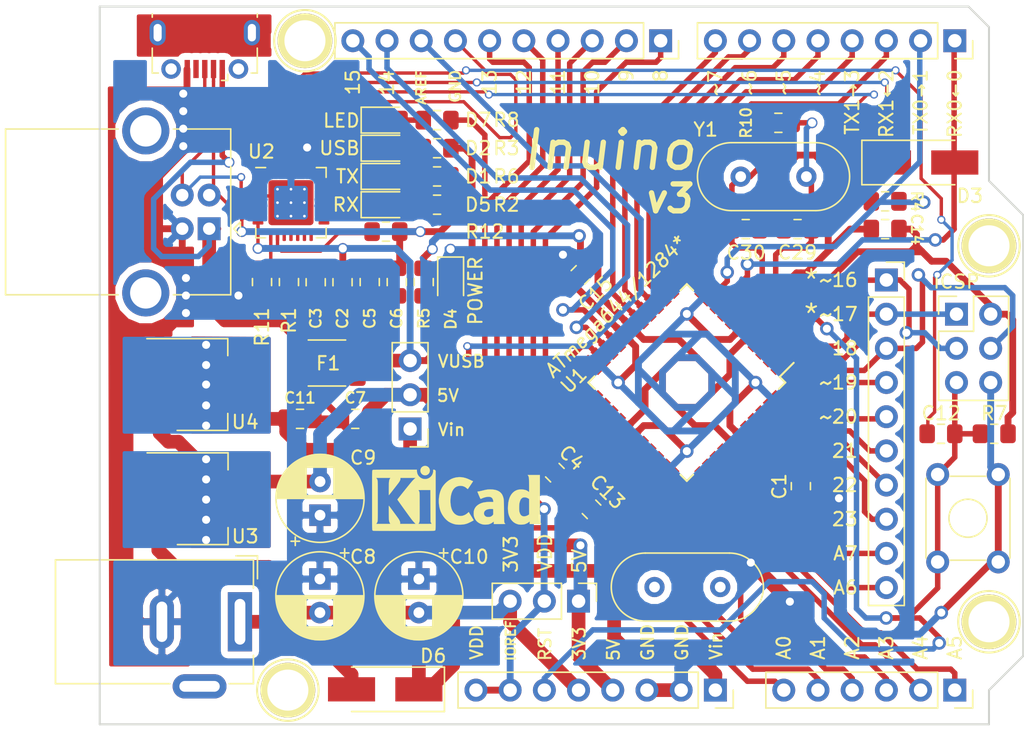
<source format=kicad_pcb>
(kicad_pcb (version 20171130) (host pcbnew "(5.0.1)-3")
  (title_block (date "lun. 30 mars 2015"))
  (layers (0 F.Cu signal) (31 B.Cu signal) (34 B.Paste user) (35 F.Paste user) (36 B.SilkS user) (37 F.SilkS user) (38 B.Mask user) (39 F.Mask user) (44 Edge.Cuts user))
  (net 0 "")
  (net 1 +5V)
  (net 2 GND)
  (net 3 /AREF)
  (net 4 +3V3)
  (net 5 VDD)
  (net 6 VBUS)
  (net 7 VCC)
  (net 8 /~RESET~)
  (net 9 "Net-(C29-Pad2)")
  (net 10 "Net-(C30-Pad1)")
  (net 11 "Net-(D1-Pad2)")
  (net 12 "Net-(D2-Pad2)")
  (net 13 /IO0)
  (net 14 "Net-(D4-Pad2)")
  (net 15 "Net-(D5-Pad2)")
  (net 16 "Net-(D6-Pad2)")
  (net 17 /V_USB)
  (net 18 /IO17)
  (net 19 /IO16)
  (net 20 /IO18)
  (net 21 "Net-(J2-Pad6)")
  (net 22 /D-)
  (net 23 "Net-(J2-Pad4)")
  (net 24 /D+)
  (net 25 /IO15)
  (net 26 /IO14)
  (net 27 /IO13)
  (net 28 /IO12)
  (net 29 /IO11)
  (net 30 /IO10)
  (net 31 /IO9)
  (net 32 /IO8)
  (net 33 "Net-(J5-Pad5)")
  (net 34 /IO7)
  (net 35 /IO6)
  (net 36 /IO5)
  (net 37 /IO4)
  (net 38 /IO3)
  (net 39 /IO2)
  (net 40 /IO1)
  (net 41 /AD5)
  (net 42 /AD4)
  (net 43 /AD3)
  (net 44 /AD2)
  (net 45 /AD1)
  (net 46 /AD0)
  (net 47 /IO19)
  (net 48 /IO20)
  (net 49 /IO21)
  (net 50 /IO22)
  (net 51 /IO23)
  (net 52 /AD7)
  (net 53 /AD6)
  (net 54 "Net-(U2-Pad1)")
  (net 55 "Net-(U2-Pad12)")
  (net 56 "Net-(U2-Pad15)")
  (net 57 "Net-(U2-Pad16)")
  (net 58 "Net-(U2-Pad17)")
  (net 59 "Net-(U2-Pad22)")
  (net 60 "Net-(U2-Pad24)")
  (net 61 /DTR)
  (net 62 "Net-(D3-Pad1)")
  (net 63 "Net-(D7-Pad2)")
  (net 64 "Net-(Y2-Pad1)")
  (net 65 "Net-(Y2-Pad2)")
  (net 66 "Net-(R1-Pad2)")
  (net 67 /CP-VDD)
  (net 68 "Net-(R4-Pad2)")
  (net 69 "Net-(R12-Pad2)")
  (net 70 "Net-(D5-Pad1)")
  (net 71 "Net-(D1-Pad1)")
  (net 72 "Net-(U2-Pad2)")
  (net 73 "Net-(U2-Pad11)")
  (net 74 "Net-(U2-Pad13)")
  (net 75 "Net-(U2-Pad14)")
  (net 76 "Net-(U2-Pad20)")
  (net 77 "Net-(U2-Pad21)")
  (net 78 "Net-(U2-Pad23)")
  (net 79 "Net-(U2-Pad27)")
  (module Symbol:KiCad-Logo_5mm_SilkScreen (layer F.Cu) (at 137.5 110.05)
    (fp_text reference REF** hide)
    (fp_text value KiCad-Logo_5mm_SilkScreen hide)
  )
  (module Connector_PinHeader_2.54mm:PinHeader_1x03_P2.54mm_Vertical (layer F.Cu) (at 134.048 104.415 180)
    (fp_text reference J11 hide)
    (fp_text value VBUS_Jmp)
    (pad 3 thru_hole oval (at 0 5.08 180) (size 1.7 1.7) (drill 1) (layers *.Cu *.Mask) (net 6 VBUS))
    (pad 2 thru_hole oval (at 0 2.54 180) (size 1.7 1.7) (drill 1) (layers *.Cu *.Mask) (net 1 +5V))
    (pad 1 thru_hole rect (at 0 0 180) (size 1.7 1.7) (drill 1) (layers *.Cu *.Mask) (net 7 VCC))
  )
  (module Connector_PinHeader_2.54mm:PinHeader_1x03_P2.54mm_Vertical (layer F.Cu) (at 146.558 117.215 270)
    (fp_text reference J10 hide)
    (fp_text value VDD_Jmp)
    (pad 1 thru_hole rect (at 0 0 270) (size 1.7 1.7) (drill 1) (layers *.Cu *.Mask) (net 1 +5V))
    (pad 2 thru_hole oval (at 0 2.54 270) (size 1.7 1.7) (drill 1) (layers *.Cu *.Mask) (net 5 VDD))
    (pad 3 thru_hole oval (at 0 5.08 270) (size 1.7 1.7) (drill 1) (layers *.Cu *.Mask) (net 4 +3V3))
  )
  (module Button_Switch_THT:SW_TH_Tactile_Omron_B3F-10xx (layer F.Cu) (at 173.228 114.3 90)
    (fp_text reference SW1 hide)
    (fp_text value SW_DIP_x02)
    (pad 1 thru_hole circle (at 0 0 90) (size 1.7 1.7) (drill 1) (layers *.Cu *.Mask) (net 8 /~RESET~))
    (pad 2 thru_hole circle (at 6.5 0 90) (size 1.7 1.7) (drill 1) (layers *.Cu *.Mask) (net 8 /~RESET~))
    (pad 3 thru_hole circle (at 0 4.5 90) (size 1.7 1.7) (drill 1) (layers *.Cu *.Mask) (net 2 GND))
    (pad 4 thru_hole circle (at 6.5 4.5 90) (size 1.7 1.7) (drill 1) (layers *.Cu *.Mask) (net 2 GND))
  )
  (module Capacitor_SMD:C_0805_2012Metric_Pad1.15x1.40mm_HandSolder (layer F.Cu) (at 131.05 93.500394 90)
    (fp_text reference C5 (at -2.699606 0 90) (layer F.SilkS) (effects (font (size 0.8 0.8))))
    (fp_text value 100n)
    (pad 1 smd roundrect (at -1.025 0 90) (size 1.15 1.4) (layers F.Cu F.Paste F.Mask) (roundrect_rratio 0.217391) (net 2 GND))
    (pad 2 smd roundrect (at 1.025 0 90) (size 1.15 1.4) (layers F.Cu F.Paste F.Mask) (roundrect_rratio 0.217391) (net 67 /CP-VDD))
  )
  (module Package_DFN_QFN:QFN-28-1EP_5x5mm_P0.5mm_EP3.35x3.35mm_ThermalVias (layer F.Cu) (at 125.2 87.6)
    (fp_text reference U2 (at -2.2 -3.8) (layer F.SilkS))
    (fp_text value CP2102N-A01-GQFN28)
    (pad 29 smd roundrect (at 0 0) (size 3.35 3.35) (layers F.Cu F.Mask) (roundrect_rratio 0.074627) (net 2 GND))
    (pad 29 thru_hole circle (at -1 -1) (size 0.5 0.5) (drill 0.2) (layers *.Cu) (net 2 GND))
    (pad 29 thru_hole circle (at 0 -1) (size 0.5 0.5) (drill 0.2) (layers *.Cu) (net 2 GND))
    (pad 29 thru_hole circle (at 1 -1) (size 0.5 0.5) (drill 0.2) (layers *.Cu) (net 2 GND))
    (pad 29 thru_hole circle (at -1 0) (size 0.5 0.5) (drill 0.2) (layers *.Cu) (net 2 GND))
    (pad 29 thru_hole circle (at 0 0) (size 0.5 0.5) (drill 0.2) (layers *.Cu) (net 2 GND))
    (pad 29 thru_hole circle (at 1 0) (size 0.5 0.5) (drill 0.2) (layers *.Cu) (net 2 GND))
    (pad 29 thru_hole circle (at -1 1) (size 0.5 0.5) (drill 0.2) (layers *.Cu) (net 2 GND))
    (pad 29 thru_hole circle (at 0 1) (size 0.5 0.5) (drill 0.2) (layers *.Cu) (net 2 GND))
    (pad 29 thru_hole circle (at 1 1) (size 0.5 0.5) (drill 0.2) (layers *.Cu) (net 2 GND))
    (pad 29 smd roundrect (at 0 0) (size 2.5 2.5) (layers B.Cu) (roundrect_rratio 0.1) (net 2 GND))
    (pad 1 smd roundrect (at -2.45 -1.5) (size 0.8 0.25) (layers F.Cu F.Paste F.Mask) (net 54 "Net-(U2-Pad1)"))
    (pad 2 smd roundrect (at -2.45 -1) (size 0.8 0.25) (layers F.Cu F.Paste F.Mask) (net 72 "Net-(U2-Pad2)"))
    (pad 3 smd roundrect (at -2.45 -0.5) (size 0.8 0.25) (layers F.Cu F.Paste F.Mask) (net 2 GND))
    (pad 4 smd roundrect (at -2.45 0) (size 0.8 0.25) (layers F.Cu F.Paste F.Mask) (net 24 /D+))
    (pad 5 smd roundrect (at -2.45 0.5) (size 0.8 0.25) (layers F.Cu F.Paste F.Mask) (net 22 /D-))
    (pad 6 smd roundrect (at -2.45 1) (size 0.8 0.25) (layers F.Cu F.Paste F.Mask) (net 67 /CP-VDD))
    (pad 7 smd roundrect (at -2.45 1.5) (size 0.8 0.25) (layers F.Cu F.Paste F.Mask) (net 6 VBUS))
    (pad 8 smd roundrect (at -1.5 2.45) (size 0.25 0.8) (layers F.Cu F.Paste F.Mask) (net 66 "Net-(R1-Pad2)"))
    (pad 9 smd roundrect (at -1 2.45) (size 0.25 0.8) (layers F.Cu F.Paste F.Mask) (net 69 "Net-(R12-Pad2)"))
    (pad 10 smd roundrect (at -0.5 2.45) (size 0.25 0.8) (layers F.Cu F.Paste F.Mask))
    (pad 11 smd roundrect (at 0 2.45) (size 0.25 0.8) (layers F.Cu F.Paste F.Mask) (net 73 "Net-(U2-Pad11)"))
    (pad 12 smd roundrect (at 0.5 2.45) (size 0.25 0.8) (layers F.Cu F.Paste F.Mask) (net 55 "Net-(U2-Pad12)"))
    (pad 13 smd roundrect (at 1 2.45) (size 0.25 0.8) (layers F.Cu F.Paste F.Mask) (net 74 "Net-(U2-Pad13)"))
    (pad 14 smd roundrect (at 1.5 2.45) (size 0.25 0.8) (layers F.Cu F.Paste F.Mask) (net 75 "Net-(U2-Pad14)"))
    (pad 15 smd roundrect (at 2.45 1.5) (size 0.8 0.25) (layers F.Cu F.Paste F.Mask) (net 56 "Net-(U2-Pad15)"))
    (pad 16 smd roundrect (at 2.45 1) (size 0.8 0.25) (layers F.Cu F.Paste F.Mask) (net 57 "Net-(U2-Pad16)"))
    (pad 17 smd roundrect (at 2.45 0.5) (size 0.8 0.25) (layers F.Cu F.Paste F.Mask) (net 58 "Net-(U2-Pad17)"))
    (pad 18 smd roundrect (at 2.45 0) (size 0.8 0.25) (layers F.Cu F.Paste F.Mask) (net 70 "Net-(D5-Pad1)"))
    (pad 19 smd roundrect (at 2.45 -0.5) (size 0.8 0.25) (layers F.Cu F.Paste F.Mask) (net 71 "Net-(D1-Pad1)"))
    (pad 20 smd roundrect (at 2.45 -1) (size 0.8 0.25) (layers F.Cu F.Paste F.Mask) (net 76 "Net-(U2-Pad20)"))
    (pad 21 smd roundrect (at 2.45 -1.5) (size 0.8 0.25) (layers F.Cu F.Paste F.Mask) (net 77 "Net-(U2-Pad21)"))
    (pad 22 smd roundrect (at 1.5 -2.45) (size 0.25 0.8) (layers F.Cu F.Paste F.Mask) (net 59 "Net-(U2-Pad22)"))
    (pad 23 smd roundrect (at 1 -2.45) (size 0.25 0.8) (layers F.Cu F.Paste F.Mask) (net 78 "Net-(U2-Pad23)"))
    (pad 24 smd roundrect (at 0.5 -2.45) (size 0.25 0.8) (layers F.Cu F.Paste F.Mask) (net 60 "Net-(U2-Pad24)"))
    (pad 25 smd roundrect (at 0 -2.45) (size 0.25 0.8) (layers F.Cu F.Paste F.Mask) (net 68 "Net-(R4-Pad2)"))
    (pad 26 smd roundrect (at -0.5 -2.45) (size 0.25 0.8) (layers F.Cu F.Paste F.Mask) (net 62 "Net-(D3-Pad1)"))
    (pad 27 smd roundrect (at -1 -2.45) (size 0.25 0.8) (layers F.Cu F.Paste F.Mask) (net 79 "Net-(U2-Pad27)"))
    (pad 28 smd roundrect (at -1.5 -2.45) (size 0.25 0.8) (layers F.Cu F.Paste F.Mask) (net 61 /DTR))
  )
  (module Resistor_SMD:R_0805_2012Metric_Pad1.15x1.40mm_HandSolder (layer F.Cu) (at 132.25 89.75 180)
    (fp_text reference R12 (at -7.35 0 180) (layer F.SilkS))
    (fp_text value 1K)
    (pad 2 smd roundrect (at 1.025 0 180) (size 1.15 1.4) (layers F.Cu F.Paste F.Mask) (roundrect_rratio 0.217391) (net 69 "Net-(R12-Pad2)"))
    (pad 1 smd roundrect (at -1.025 0 180) (size 1.15 1.4) (layers F.Cu F.Paste F.Mask) (roundrect_rratio 0.217391) (net 67 /CP-VDD))
  )
  (module Resistor_SMD:R_0805_2012Metric_Pad1.15x1.40mm_HandSolder (layer F.Cu) (at 123.05 93.5 270)
    (fp_text reference R11 (at 3.34 0 270) (layer F.SilkS))
    (fp_text value 47.5K)
    (pad 1 smd roundrect (at -1.025 0 270) (size 1.15 1.4) (layers F.Cu F.Paste F.Mask) (roundrect_rratio 0.217391) (net 66 "Net-(R1-Pad2)"))
    (pad 2 smd roundrect (at 1.025 0 270) (size 1.15 1.4) (layers F.Cu F.Paste F.Mask) (roundrect_rratio 0.217391) (net 2 GND))
  )
  (module Resistor_SMD:R_0805_2012Metric_Pad1.15x1.40mm_HandSolder (layer F.Cu) (at 161.398 81.665 180)
    (fp_text reference R10 (at 2.4 0 90 unlocked) (layer F.SilkS) (effects (font (size 0.8 0.8))))
    (fp_text value 1M)
    (pad 1 smd roundrect (at -1.025 0 180) (size 1.15 1.4) (layers F.Cu F.Paste F.Mask) (roundrect_rratio 0.217391) (net 9 "Net-(C29-Pad2)"))
    (pad 2 smd roundrect (at 1.025 0 180) (size 1.15 1.4) (layers F.Cu F.Paste F.Mask) (roundrect_rratio 0.217391) (net 10 "Net-(C30-Pad1)"))
  )
  (module LED_SMD:LED_0805_2012Metric_Pad1.15x1.40mm_HandSolder (layer F.Cu) (at 137.05803 93.500394 270)
    (fp_text reference D4 (at 2.749606 -0.01377 270) (layer F.SilkS) (effects (font (size 0.8 0.8))))
    (fp_text value POWER)
    (pad 2 smd roundrect (at 1.025 0 270) (size 1.15 1.4) (layers F.Cu F.Paste F.Mask) (roundrect_rratio 0.217391) (net 14 "Net-(D4-Pad2)"))
    (pad 1 smd roundrect (at -1.025 0 270) (size 1.15 1.4) (layers F.Cu F.Paste F.Mask) (roundrect_rratio 0.217391) (net 2 GND))
  )
  (module Diode_SMD:D_SMA_Handsoldering (layer F.Cu) (at 171.998 84.615)
    (fp_text reference D3 (at 3.6176 2.4816) (layer F.SilkS))
    (fp_text value 1N5819)
    (pad 1 smd rect (at -2.5 0) (size 3.5 1.8) (layers F.Cu F.Paste F.Mask) (net 62 "Net-(D3-Pad1)"))
    (pad 2 smd rect (at 2.5 0) (size 3.5 1.8) (layers F.Cu F.Paste F.Mask) (net 13 /IO0))
  )
  (module Connector_PinSocket_2.54mm:PinSocket_1x10_P2.54mm_Vertical (layer F.Cu) (at 169.418 93.345)
    (fp_text reference J8 hide)
    (fp_text value IO3)
    (pad 1 thru_hole rect (at 0 0) (size 1.7 1.7) (drill 1) (layers *.Cu *.Mask) (net 19 /IO16))
    (pad 2 thru_hole oval (at 0 2.54) (size 1.7 1.7) (drill 1) (layers *.Cu *.Mask) (net 18 /IO17))
    (pad 3 thru_hole oval (at 0 5.08) (size 1.7 1.7) (drill 1) (layers *.Cu *.Mask) (net 20 /IO18))
    (pad 4 thru_hole oval (at 0 7.62) (size 1.7 1.7) (drill 1) (layers *.Cu *.Mask) (net 47 /IO19))
    (pad 5 thru_hole oval (at 0 10.16) (size 1.7 1.7) (drill 1) (layers *.Cu *.Mask) (net 48 /IO20))
    (pad 6 thru_hole oval (at 0 12.7) (size 1.7 1.7) (drill 1) (layers *.Cu *.Mask) (net 49 /IO21))
    (pad 7 thru_hole oval (at 0 15.24) (size 1.7 1.7) (drill 1) (layers *.Cu *.Mask) (net 50 /IO22))
    (pad 8 thru_hole oval (at 0 17.78) (size 1.7 1.7) (drill 1) (layers *.Cu *.Mask) (net 51 /IO23))
    (pad 9 thru_hole oval (at 0 20.32) (size 1.7 1.7) (drill 1) (layers *.Cu *.Mask) (net 52 /AD7))
    (pad 10 thru_hole oval (at 0 22.86) (size 1.7 1.7) (drill 1) (layers *.Cu *.Mask) (net 53 /AD6))
  )
  (module Crystal:Crystal_HC49-U_Vertical (layer F.Cu) (at 158.598 85.665)
    (fp_text reference Y1 (at -2.6 -3.5) (layer F.SilkS))
    (fp_text value 16M)
    (pad 2 thru_hole circle (at 4.88 0) (size 1.5 1.5) (drill 0.8) (layers *.Cu *.Mask) (net 9 "Net-(C29-Pad2)"))
    (pad 1 thru_hole circle (at 0 0) (size 1.5 1.5) (drill 0.8) (layers *.Cu *.Mask) (net 10 "Net-(C30-Pad1)"))
  )
  (module Socket_Arduino_Uno:Arduino_1pin (layer F.Cu) (at 124.968 123.825)
    (fp_text reference P5 hide)
    (fp_text value CONN_01X01 hide)
    (pad 1 thru_hole circle (at 0 0) (size 4.064 4.064) (drill 3.048) (layers *.Cu *.Mask F.SilkS))
  )
  (module Socket_Arduino_Uno:Arduino_1pin (layer F.Cu) (at 177.038 118.745)
    (fp_text reference P6 hide)
    (fp_text value CONN_01X01 hide)
    (pad 1 thru_hole circle (at 0 0) (size 4.064 4.064) (drill 3.048) (layers *.Cu *.Mask F.SilkS))
  )
  (module Socket_Arduino_Uno:Arduino_1pin (layer F.Cu) (at 126.238 75.565)
    (fp_text reference P7 hide)
    (fp_text value CONN_01X01 hide)
    (pad 1 thru_hole circle (at 0 0) (size 4.064 4.064) (drill 3.048) (layers *.Cu *.Mask F.SilkS))
  )
  (module Socket_Arduino_Uno:Arduino_1pin (layer F.Cu) (at 177.038 90.805)
    (fp_text reference P8 hide)
    (fp_text value CONN_01X01 hide)
    (pad 1 thru_hole circle (at 0 0) (size 4.064 4.064) (drill 3.048) (layers *.Cu *.Mask F.SilkS))
  )
  (module Capacitor_SMD:C_0805_2012Metric_Pad1.15x1.40mm_HandSolder (layer F.Cu) (at 163.068 108.665 270)
    (fp_text reference C1 (at 0.0216 1.6002 270) (layer F.SilkS))
    (fp_text value 100n)
    (pad 1 smd roundrect (at -1.024999 0 270) (size 1.15 1.4) (layers F.Cu F.Paste F.Mask) (roundrect_rratio 0.217391) (net 2 GND))
    (pad 2 smd roundrect (at 1.024999 0 270) (size 1.15 1.4) (layers F.Cu F.Paste F.Mask) (roundrect_rratio 0.217391) (net 5 VDD))
  )
  (module Capacitor_SMD:C_0805_2012Metric_Pad1.15x1.40mm_HandSolder (layer F.Cu) (at 129.02883 93.50967 270)
    (fp_text reference C2 (at 2.69033 0.00617 270) (layer F.SilkS) (effects (font (size 0.8 0.8))))
    (fp_text value 100n)
    (pad 2 smd roundrect (at 1.025 0 270) (size 1.15 1.4) (layers F.Cu F.Paste F.Mask) (roundrect_rratio 0.217391) (net 2 GND))
    (pad 1 smd roundrect (at -1.025 0 270) (size 1.15 1.4) (layers F.Cu F.Paste F.Mask) (roundrect_rratio 0.217391) (net 6 VBUS))
  )
  (module Capacitor_SMD:C_0805_2012Metric_Pad1.15x1.40mm_HandSolder (layer F.Cu) (at 127.03686 93.510064 270)
    (fp_text reference C3 (at 2.689936 -0.00603 270) (layer F.SilkS) (effects (font (size 0.8 0.8))))
    (fp_text value 4.7uF)
    (pad 2 smd roundrect (at 1.025 0 270) (size 1.15 1.4) (layers F.Cu F.Paste F.Mask) (roundrect_rratio 0.217391) (net 2 GND))
    (pad 1 smd roundrect (at -1.025 0 270) (size 1.15 1.4) (layers F.Cu F.Paste F.Mask) (roundrect_rratio 0.217391) (net 6 VBUS))
  )
  (module Capacitor_SMD:C_0805_2012Metric_Pad1.15x1.40mm_HandSolder (layer F.Cu) (at 144.798 107.665 135)
    (fp_text reference C4 (at -0.098995 1.6716 135) (layer F.SilkS))
    (fp_text value 100n)
    (pad 2 smd roundrect (at 1.024999 0 135) (size 1.15 1.4) (layers F.Cu F.Paste F.Mask) (roundrect_rratio 0.217391) (net 5 VDD))
    (pad 1 smd roundrect (at -1.024999 0 135) (size 1.15 1.4) (layers F.Cu F.Paste F.Mask) (roundrect_rratio 0.217391) (net 2 GND))
  )
  (module Capacitor_SMD:C_0805_2012Metric_Pad1.15x1.40mm_HandSolder (layer F.Cu) (at 133.05803 93.500394 90)
    (fp_text reference C6 (at -2.699606 -0.01263 90) (layer F.SilkS) (effects (font (size 0.8 0.8))))
    (fp_text value 4.7uF)
    (pad 1 smd roundrect (at -1.025 0 90) (size 1.15 1.4) (layers F.Cu F.Paste F.Mask) (roundrect_rratio 0.217391) (net 2 GND))
    (pad 2 smd roundrect (at 1.025 0 90) (size 1.15 1.4) (layers F.Cu F.Paste F.Mask) (roundrect_rratio 0.217391) (net 67 /CP-VDD))
  )
  (module Capacitor_SMD:C_0805_2012Metric_Pad1.15x1.40mm_HandSolder (layer F.Cu) (at 129.973 103.665)
    (fp_text reference C7 (at -0.0012 -1.557) (layer F.SilkS) (effects (font (size 0.8 0.8))))
    (fp_text value 1uF)
    (pad 1 smd roundrect (at -1.025 0) (size 1.15 1.4) (layers F.Cu F.Paste F.Mask) (roundrect_rratio 0.217391) (net 2 GND))
    (pad 2 smd roundrect (at 1.025 0) (size 1.15 1.4) (layers F.Cu F.Paste F.Mask) (roundrect_rratio 0.217391) (net 1 +5V))
  )
  (module Capacitor_THT:CP_Radial_D6.3mm_P2.50mm (layer F.Cu) (at 127.348 115.565 270)
    (fp_text reference C8 (at -1.646 -3.208) (layer F.SilkS))
    (fp_text value 47uF)
    (pad 1 thru_hole rect (at 0 0 270) (size 1.6 1.6) (drill 0.8) (layers *.Cu *.Mask) (net 2 GND))
    (pad 2 thru_hole circle (at 2.5 0 270) (size 1.6 1.6) (drill 0.8) (layers *.Cu *.Mask) (net 7 VCC))
  )
  (module Capacitor_THT:CP_Radial_D6.3mm_P2.50mm (layer F.Cu) (at 127.358 110.825 90)
    (fp_text reference C9 (at 4.272 3.198) (layer F.SilkS))
    (fp_text value 47uF)
    (pad 1 thru_hole rect (at 0 0 90) (size 1.6 1.6) (drill 0.8) (layers *.Cu *.Mask) (net 2 GND))
    (pad 2 thru_hole circle (at 2.5 0 90) (size 1.6 1.6) (drill 0.8) (layers *.Cu *.Mask) (net 1 +5V))
  )
  (module Capacitor_THT:CP_Radial_D6.3mm_P2.50mm (layer F.Cu) (at 134.698 115.565 270)
    (fp_text reference C10 (at -1.646 -3.732) (layer F.SilkS))
    (fp_text value 47uF)
    (pad 2 thru_hole circle (at 2.5 0 270) (size 1.6 1.6) (drill 0.8) (layers *.Cu *.Mask) (net 4 +3V3))
    (pad 1 thru_hole rect (at 0 0 270) (size 1.6 1.6) (drill 0.8) (layers *.Cu *.Mask) (net 2 GND))
  )
  (module Capacitor_SMD:C_0805_2012Metric_Pad1.15x1.40mm_HandSolder (layer F.Cu) (at 125.873 103.665 180)
    (fp_text reference C11 (at 0 1.557 180) (layer F.SilkS) (effects (font (size 0.8 0.8))))
    (fp_text value 1uF)
    (pad 1 smd roundrect (at -1.025 0 180) (size 1.15 1.4) (layers F.Cu F.Paste F.Mask) (roundrect_rratio 0.217391) (net 2 GND))
    (pad 2 smd roundrect (at 1.025 0 180) (size 1.15 1.4) (layers F.Cu F.Paste F.Mask) (roundrect_rratio 0.217391) (net 4 +3V3))
  )
  (module Capacitor_SMD:C_0805_2012Metric_Pad1.15x1.40mm_HandSolder (layer F.Cu) (at 173.473 104.775 180)
    (fp_text reference C12 (at -0.009 1.524 180) (layer F.SilkS))
    (fp_text value 100n)
    (pad 2 smd roundrect (at 1.025 0 180) (size 1.15 1.4) (layers F.Cu F.Paste F.Mask) (roundrect_rratio 0.217391) (net 61 /DTR))
    (pad 1 smd roundrect (at -1.025 0 180) (size 1.15 1.4) (layers F.Cu F.Paste F.Mask) (roundrect_rratio 0.217391) (net 8 /~RESET~))
  )
  (module Capacitor_SMD:C_0805_2012Metric_Pad1.15x1.40mm_HandSolder (layer F.Cu) (at 162.822999 89.565)
    (fp_text reference C29 (at -0.008999 1.735) (layer F.SilkS))
    (fp_text value 22p)
    (pad 2 smd roundrect (at 1.024999 0) (size 1.15 1.4) (layers F.Cu F.Paste F.Mask) (roundrect_rratio 0.217391) (net 9 "Net-(C29-Pad2)"))
    (pad 1 smd roundrect (at -1.024999 0) (size 1.15 1.4) (layers F.Cu F.Paste F.Mask) (roundrect_rratio 0.217391) (net 2 GND))
  )
  (module Capacitor_SMD:C_0805_2012Metric_Pad1.15x1.40mm_HandSolder (layer F.Cu) (at 158.973001 89.565)
    (fp_text reference C30 (at 0.030999 1.7496) (layer F.SilkS))
    (fp_text value 22p)
    (pad 1 smd roundrect (at -1.024999 0) (size 1.15 1.4) (layers F.Cu F.Paste F.Mask) (roundrect_rratio 0.217391) (net 10 "Net-(C30-Pad1)"))
    (pad 2 smd roundrect (at 1.024999 0) (size 1.15 1.4) (layers F.Cu F.Paste F.Mask) (roundrect_rratio 0.217391) (net 2 GND))
  )
  (module LED_SMD:LED_0805_2012Metric_Pad1.15x1.40mm_HandSolder (layer F.Cu) (at 132.273 85.65)
    (fp_text reference D1 (at 6.827 0) (layer F.SilkS))
    (fp_text value RXD)
    (pad 2 smd roundrect (at 1.025 0) (size 1.15 1.4) (layers F.Cu F.Paste F.Mask) (roundrect_rratio 0.217391) (net 11 "Net-(D1-Pad2)"))
    (pad 1 smd roundrect (at -1.025 0) (size 1.15 1.4) (layers F.Cu F.Paste F.Mask) (roundrect_rratio 0.217391) (net 71 "Net-(D1-Pad1)"))
  )
  (module LED_SMD:LED_0805_2012Metric_Pad1.15x1.40mm_HandSolder (layer F.Cu) (at 132.273 83.55)
    (fp_text reference D2 (at 6.827 0) (layer F.SilkS))
    (fp_text value USB_CONN)
    (pad 1 smd roundrect (at -1.025 0) (size 1.15 1.4) (layers F.Cu F.Paste F.Mask) (roundrect_rratio 0.217391) (net 2 GND))
    (pad 2 smd roundrect (at 1.025 0) (size 1.15 1.4) (layers F.Cu F.Paste F.Mask) (roundrect_rratio 0.217391) (net 12 "Net-(D2-Pad2)"))
  )
  (module LED_SMD:LED_0805_2012Metric_Pad1.15x1.40mm_HandSolder (layer F.Cu) (at 132.273 87.75)
    (fp_text reference D5 (at 6.827 0) (layer F.SilkS))
    (fp_text value TXD)
    (pad 1 smd roundrect (at -1.025 0) (size 1.15 1.4) (layers F.Cu F.Paste F.Mask) (roundrect_rratio 0.217391) (net 70 "Net-(D5-Pad1)"))
    (pad 2 smd roundrect (at 1.025 0) (size 1.15 1.4) (layers F.Cu F.Paste F.Mask) (roundrect_rratio 0.217391) (net 15 "Net-(D5-Pad2)"))
  )
  (module Diode_SMD:D_SMA_Handsoldering (layer F.Cu) (at 132.198 123.765 180)
    (fp_text reference D6 (at -3.565 2.48 180) (layer F.SilkS))
    (fp_text value SM4007)
    (pad 2 smd rect (at 2.5 0 180) (size 3.5 1.8) (layers F.Cu F.Paste F.Mask) (net 16 "Net-(D6-Pad2)"))
    (pad 1 smd rect (at -2.5 0 180) (size 3.5 1.8) (layers F.Cu F.Paste F.Mask) (net 7 VCC))
  )
  (module Fuse:Fuse_1812_4532Metric_Pad1.30x3.40mm_HandSolder (layer F.Cu) (at 127.873 99.515 180)
    (fp_text reference F1 (at -0.0922 -0.0276 180) (layer F.SilkS))
    (fp_text value 500mA)
    (pad 1 smd roundrect (at -2.225 0 180) (size 1.3 3.4) (layers F.Cu F.Paste F.Mask) (roundrect_rratio 0.192308) (net 6 VBUS))
    (pad 2 smd roundrect (at 2.225 0 180) (size 1.3 3.4) (layers F.Cu F.Paste F.Mask) (roundrect_rratio 0.192308) (net 17 /V_USB))
  )
  (module Connector_PinHeader_2.54mm:PinHeader_2x03_P2.54mm_Vertical (layer F.Cu) (at 174.625 95.885)
    (fp_text reference J1 hide)
    (fp_text value ICSP)
    (pad 1 thru_hole rect (at 0 0) (size 1.7 1.7) (drill 1) (layers *.Cu *.Mask) (net 18 /IO17))
    (pad 2 thru_hole oval (at 2.54 0) (size 1.7 1.7) (drill 1) (layers *.Cu *.Mask) (net 5 VDD))
    (pad 3 thru_hole oval (at 0 2.54) (size 1.7 1.7) (drill 1) (layers *.Cu *.Mask) (net 19 /IO16))
    (pad 4 thru_hole oval (at 2.54 2.54) (size 1.7 1.7) (drill 1) (layers *.Cu *.Mask) (net 20 /IO18))
    (pad 5 thru_hole oval (at 0 5.08) (size 1.7 1.7) (drill 1) (layers *.Cu *.Mask) (net 8 /~RESET~))
    (pad 6 thru_hole oval (at 2.54 5.08) (size 1.7 1.7) (drill 1) (layers *.Cu *.Mask) (net 2 GND))
  )
  (module Connector_USB:USB_Micro-B_Molex-105017-0001 (layer F.Cu) (at 118.798 76.2025 180)
    (fp_text reference J2 hide)
    (fp_text value USB_B_Micro)
    (pad 6 smd rect (at 1 1.2375 180) (size 1.5 1.9) (layers F.Cu F.Paste F.Mask) (net 21 "Net-(J2-Pad6)"))
    (pad 6 thru_hole circle (at -2.5 -1.4625 180) (size 1.45 1.45) (drill 0.85) (layers *.Cu *.Mask) (net 21 "Net-(J2-Pad6)"))
    (pad 2 smd rect (at -0.65 -1.4625 180) (size 0.4 1.35) (layers F.Cu F.Paste F.Mask) (net 22 /D-))
    (pad 1 smd rect (at -1.3 -1.4625 180) (size 0.4 1.35) (layers F.Cu F.Paste F.Mask) (net 17 /V_USB))
    (pad 5 smd rect (at 1.3 -1.4625 180) (size 0.4 1.35) (layers F.Cu F.Paste F.Mask) (net 2 GND))
    (pad 4 smd rect (at 0.65 -1.4625 180) (size 0.4 1.35) (layers F.Cu F.Paste F.Mask) (net 23 "Net-(J2-Pad4)"))
    (pad 3 smd rect (at 0 -1.4625 180) (size 0.4 1.35) (layers F.Cu F.Paste F.Mask) (net 24 /D+))
    (pad 6 thru_hole circle (at 2.5 -1.4625 180) (size 1.45 1.45) (drill 0.85) (layers *.Cu *.Mask) (net 21 "Net-(J2-Pad6)"))
    (pad 6 smd rect (at -1 1.2375 180) (size 1.5 1.9) (layers F.Cu F.Paste F.Mask) (net 21 "Net-(J2-Pad6)"))
    (pad 6 thru_hole oval (at -3.5 1.2375) (size 1.2 1.9) (drill oval 0.6 1.3) (layers *.Cu *.Mask) (net 21 "Net-(J2-Pad6)"))
    (pad 6 thru_hole oval (at 3.5 1.2375 180) (size 1.2 1.9) (drill oval 0.6 1.3) (layers *.Cu *.Mask) (net 21 "Net-(J2-Pad6)"))
    (pad 6 smd rect (at 2.9 1.2375 180) (size 1.2 1.9) (layers F.Cu F.Mask) (net 21 "Net-(J2-Pad6)"))
    (pad 6 smd rect (at -2.9 1.2375 180) (size 1.2 1.9) (layers F.Cu F.Mask) (net 21 "Net-(J2-Pad6)"))
  )
  (module Connector_PinSocket_2.54mm:PinSocket_1x10_P2.54mm_Vertical (layer F.Cu) (at 152.654 75.565 270)
    (fp_text reference J3 hide)
    (fp_text value IO1)
    (pad 10 thru_hole oval (at 0 22.86 270) (size 1.7 1.7) (drill 1) (layers *.Cu *.Mask) (net 25 /IO15))
    (pad 9 thru_hole oval (at 0 20.32 270) (size 1.7 1.7) (drill 1) (layers *.Cu *.Mask) (net 26 /IO14))
    (pad 8 thru_hole oval (at 0 17.78 270) (size 1.7 1.7) (drill 1) (layers *.Cu *.Mask) (net 3 /AREF))
    (pad 7 thru_hole oval (at 0 15.24 270) (size 1.7 1.7) (drill 1) (layers *.Cu *.Mask) (net 2 GND))
    (pad 6 thru_hole oval (at 0 12.7 270) (size 1.7 1.7) (drill 1) (layers *.Cu *.Mask) (net 27 /IO13))
    (pad 5 thru_hole oval (at 0 10.16 270) (size 1.7 1.7) (drill 1) (layers *.Cu *.Mask) (net 28 /IO12))
    (pad 4 thru_hole oval (at 0 7.62 270) (size 1.7 1.7) (drill 1) (layers *.Cu *.Mask) (net 29 /IO11))
    (pad 3 thru_hole oval (at 0 5.08 270) (size 1.7 1.7) (drill 1) (layers *.Cu *.Mask) (net 30 /IO10))
    (pad 2 thru_hole oval (at 0 2.54 270) (size 1.7 1.7) (drill 1) (layers *.Cu *.Mask) (net 31 /IO9))
    (pad 1 thru_hole rect (at 0 0 270) (size 1.7 1.7) (drill 1) (layers *.Cu *.Mask) (net 32 /IO8))
  )
  (module Connector_PinSocket_2.54mm:PinSocket_1x08_P2.54mm_Vertical (layer F.Cu) (at 156.718 123.825 270)
    (fp_text reference J4 hide)
    (fp_text value POWER_CONN)
    (pad 1 thru_hole rect (at 0 0 270) (size 1.7 1.7) (drill 1) (layers *.Cu *.Mask) (net 7 VCC))
    (pad 2 thru_hole oval (at 0 2.54 270) (size 1.7 1.7) (drill 1) (layers *.Cu *.Mask) (net 2 GND))
    (pad 3 thru_hole oval (at 0 5.08 270) (size 1.7 1.7) (drill 1) (layers *.Cu *.Mask) (net 2 GND))
    (pad 4 thru_hole oval (at 0 7.62 270) (size 1.7 1.7) (drill 1) (layers *.Cu *.Mask) (net 1 +5V))
    (pad 5 thru_hole oval (at 0 10.16 270) (size 1.7 1.7) (drill 1) (layers *.Cu *.Mask) (net 4 +3V3))
    (pad 6 thru_hole oval (at 0 12.7 270) (size 1.7 1.7) (drill 1) (layers *.Cu *.Mask) (net 8 /~RESET~))
    (pad 7 thru_hole oval (at 0 15.24 270) (size 1.7 1.7) (drill 1) (layers *.Cu *.Mask) (net 5 VDD))
    (pad 8 thru_hole oval (at 0 17.78 270) (size 1.7 1.7) (drill 1) (layers *.Cu *.Mask) (net 5 VDD))
  )
  (module Connector_USB:USB_B_OST_USB-B1HSxx_Horizontal (layer F.Cu) (at 119.126 89.535 180)
    (fp_text reference J5 hide)
    (fp_text value USB_B)
    (pad 1 thru_hole rect (at 0 0 180) (size 1.7 1.7) (drill 0.92) (layers *.Cu *.Mask) (net 17 /V_USB))
    (pad 2 thru_hole circle (at 0 2.5 180) (size 1.7 1.7) (drill 0.92) (layers *.Cu *.Mask) (net 22 /D-))
    (pad 3 thru_hole circle (at 2 2.5 180) (size 1.7 1.7) (drill 0.92) (layers *.Cu *.Mask) (net 24 /D+))
    (pad 4 thru_hole circle (at 2 0 180) (size 1.7 1.7) (drill 0.92) (layers *.Cu *.Mask) (net 2 GND))
    (pad 5 thru_hole circle (at 4.71 -4.77 180) (size 3.5 3.5) (drill 2.33) (layers *.Cu *.Mask) (net 33 "Net-(J5-Pad5)"))
    (pad 5 thru_hole circle (at 4.71 7.27 180) (size 3.5 3.5) (drill 2.33) (layers *.Cu *.Mask) (net 33 "Net-(J5-Pad5)"))
  )
  (module Connector_PinSocket_2.54mm:PinSocket_1x08_P2.54mm_Vertical (layer F.Cu) (at 174.498 75.565 270)
    (fp_text reference J6 hide)
    (fp_text value IO0)
    (pad 1 thru_hole rect (at 0 0 270) (size 1.7 1.7) (drill 1) (layers *.Cu *.Mask) (net 13 /IO0))
    (pad 2 thru_hole oval (at 0 2.54 270) (size 1.7 1.7) (drill 1) (layers *.Cu *.Mask) (net 40 /IO1))
    (pad 3 thru_hole oval (at 0 5.08 270) (size 1.7 1.7) (drill 1) (layers *.Cu *.Mask) (net 39 /IO2))
    (pad 4 thru_hole oval (at 0 7.62 270) (size 1.7 1.7) (drill 1) (layers *.Cu *.Mask) (net 38 /IO3))
    (pad 5 thru_hole oval (at 0 10.16 270) (size 1.7 1.7) (drill 1) (layers *.Cu *.Mask) (net 37 /IO4))
    (pad 6 thru_hole oval (at 0 12.7 270) (size 1.7 1.7) (drill 1) (layers *.Cu *.Mask) (net 36 /IO5))
    (pad 7 thru_hole oval (at 0 15.24 270) (size 1.7 1.7) (drill 1) (layers *.Cu *.Mask) (net 35 /IO6))
    (pad 8 thru_hole oval (at 0 17.78 270) (size 1.7 1.7) (drill 1) (layers *.Cu *.Mask) (net 34 /IO7))
  )
  (module Connector_PinSocket_2.54mm:PinSocket_1x06_P2.54mm_Vertical (layer F.Cu) (at 174.498 123.825 270)
    (fp_text reference J7 hide)
    (fp_text value IO2)
    (pad 1 thru_hole rect (at 0 0 270) (size 1.7 1.7) (drill 1) (layers *.Cu *.Mask) (net 41 /AD5))
    (pad 2 thru_hole oval (at 0 2.54 270) (size 1.7 1.7) (drill 1) (layers *.Cu *.Mask) (net 42 /AD4))
    (pad 3 thru_hole oval (at 0 5.08 270) (size 1.7 1.7) (drill 1) (layers *.Cu *.Mask) (net 43 /AD3))
    (pad 4 thru_hole oval (at 0 7.62 270) (size 1.7 1.7) (drill 1) (layers *.Cu *.Mask) (net 44 /AD2))
    (pad 5 thru_hole oval (at 0 10.16 270) (size 1.7 1.7) (drill 1) (layers *.Cu *.Mask) (net 45 /AD1))
    (pad 6 thru_hole oval (at 0 12.7 270) (size 1.7 1.7) (drill 1) (layers *.Cu *.Mask) (net 46 /AD0))
  )
  (module Connector_BarrelJack:BarrelJack_Wuerth_6941xx301002 (layer F.Cu) (at 121.412 118.745 270)
    (fp_text reference J9 hide)
    (fp_text value Jack-DC)
    (pad 3 thru_hole oval (at 4.8 3) (size 4 1.8) (drill oval 3 0.8) (layers *.Cu *.Mask))
    (pad 2 thru_hole oval (at 0 5.8 270) (size 4 1.8) (drill oval 3 0.8) (layers *.Cu *.Mask) (net 2 GND))
    (pad 1 thru_hole rect (at 0 0 270) (size 4.4 1.8) (drill oval 3.4 0.8) (layers *.Cu *.Mask) (net 16 "Net-(D6-Pad2)"))
  )
  (module Resistor_SMD:R_0805_2012Metric_Pad1.15x1.40mm_HandSolder (layer F.Cu) (at 125.05 93.5 270)
    (fp_text reference R1 (at 2.86 0 270) (layer F.SilkS))
    (fp_text value 22.1K)
    (pad 2 smd roundrect (at 1.025 0 270) (size 1.15 1.4) (layers F.Cu F.Paste F.Mask) (roundrect_rratio 0.217391) (net 66 "Net-(R1-Pad2)"))
    (pad 1 smd roundrect (at -1.025 0 270) (size 1.15 1.4) (layers F.Cu F.Paste F.Mask) (roundrect_rratio 0.217391) (net 6 VBUS))
  )
  (module Resistor_SMD:R_0805_2012Metric_Pad1.15x1.40mm_HandSolder (layer F.Cu) (at 136.05 87.75 180)
    (fp_text reference R2 (at -5.15 0 180) (layer F.SilkS))
    (fp_text value 1K)
    (pad 2 smd roundrect (at 1.025 0 180) (size 1.15 1.4) (layers F.Cu F.Paste F.Mask) (roundrect_rratio 0.217391) (net 15 "Net-(D5-Pad2)"))
    (pad 1 smd roundrect (at -1.025 0 180) (size 1.15 1.4) (layers F.Cu F.Paste F.Mask) (roundrect_rratio 0.217391) (net 67 /CP-VDD))
  )
  (module Resistor_SMD:R_0805_2012Metric_Pad1.15x1.40mm_HandSolder (layer F.Cu) (at 136.05 83.55)
    (fp_text reference R3 (at 5.15 0) (layer F.SilkS))
    (fp_text value 1K)
    (pad 1 smd roundrect (at -1.025 0) (size 1.15 1.4) (layers F.Cu F.Paste F.Mask) (roundrect_rratio 0.217391) (net 12 "Net-(D2-Pad2)"))
    (pad 2 smd roundrect (at 1.025 0) (size 1.15 1.4) (layers F.Cu F.Paste F.Mask) (roundrect_rratio 0.217391) (net 6 VBUS))
  )
  (module Resistor_SMD:R_0805_2012Metric_Pad1.15x1.40mm_HandSolder (layer F.Cu) (at 169.325 87.5 180)
    (fp_text reference R4 (at -2.35 0 270 unlocked) (layer F.SilkS) (effects (font (size 0.8 0.8))))
    (fp_text value 300)
    (pad 1 smd roundrect (at -1.025 0 180) (size 1.15 1.4) (layers F.Cu F.Paste F.Mask) (roundrect_rratio 0.217391) (net 40 /IO1))
    (pad 2 smd roundrect (at 1.025 0 180) (size 1.15 1.4) (layers F.Cu F.Paste F.Mask) (roundrect_rratio 0.217391) (net 68 "Net-(R4-Pad2)"))
  )
  (module Resistor_SMD:R_0805_2012Metric_Pad1.15x1.40mm_HandSolder (layer F.Cu) (at 135.05803 93.500394 90)
    (fp_text reference R5 (at -2.699606 0.00717 90) (layer F.SilkS) (effects (font (size 0.8 0.8))))
    (fp_text value 1K)
    (pad 1 smd roundrect (at -1.025 0 90) (size 1.15 1.4) (layers F.Cu F.Paste F.Mask) (roundrect_rratio 0.217391) (net 14 "Net-(D4-Pad2)"))
    (pad 2 smd roundrect (at 1.025 0 90) (size 1.15 1.4) (layers F.Cu F.Paste F.Mask) (roundrect_rratio 0.217391) (net 5 VDD))
  )
  (module Resistor_SMD:R_0805_2012Metric_Pad1.15x1.40mm_HandSolder (layer F.Cu) (at 136.05 85.65 180)
    (fp_text reference R6 (at -5.15 0 180) (layer F.SilkS))
    (fp_text value 1K)
    (pad 1 smd roundrect (at -1.025 0 180) (size 1.15 1.4) (layers F.Cu F.Paste F.Mask) (roundrect_rratio 0.217391) (net 67 /CP-VDD))
    (pad 2 smd roundrect (at 1.025 0 180) (size 1.15 1.4) (layers F.Cu F.Paste F.Mask) (roundrect_rratio 0.217391) (net 11 "Net-(D1-Pad2)"))
  )
  (module Resistor_SMD:R_0805_2012Metric_Pad1.15x1.40mm_HandSolder (layer F.Cu) (at 177.428 104.775)
    (fp_text reference R7 (at 0 -1.524) (layer F.SilkS))
    (fp_text value 1K)
    (pad 2 smd roundrect (at 1.025 0) (size 1.15 1.4) (layers F.Cu F.Paste F.Mask) (roundrect_rratio 0.217391) (net 5 VDD))
    (pad 1 smd roundrect (at -1.025 0) (size 1.15 1.4) (layers F.Cu F.Paste F.Mask) (roundrect_rratio 0.217391) (net 8 /~RESET~))
  )
  (module Package_TO_SOT_SMD:SOT-223-3_TabPin2 (layer F.Cu) (at 118.618 109.601)
    (fp_text reference U3 (at 3.182 2.799 unlocked) (layer F.SilkS))
    (fp_text value AMS1117-5.0)
    (pad 2 smd rect (at 3.15 0) (size 2 3.8) (layers F.Cu F.Paste F.Mask) (net 1 +5V))
    (pad 2 smd rect (at -3.15 0) (size 2 1.5) (layers F.Cu F.Paste F.Mask) (net 1 +5V))
    (pad 3 smd rect (at -3.15 2.3) (size 2 1.5) (layers F.Cu F.Paste F.Mask) (net 7 VCC))
    (pad 1 smd rect (at -3.15 -2.3) (size 2 1.5) (layers F.Cu F.Paste F.Mask) (net 2 GND))
  )
  (module Package_TO_SOT_SMD:SOT-223-3_TabPin2 (layer F.Cu) (at 118.598 101.115)
    (fp_text reference U4 (at 3.202 2.785 unlocked) (layer F.SilkS))
    (fp_text value AMS1117-3.3)
    (pad 1 smd rect (at -3.15 -2.3) (size 2 1.5) (layers F.Cu F.Paste F.Mask) (net 2 GND))
    (pad 3 smd rect (at -3.15 2.3) (size 2 1.5) (layers F.Cu F.Paste F.Mask) (net 1 +5V))
    (pad 2 smd rect (at -3.15 0) (size 2 1.5) (layers F.Cu F.Paste F.Mask) (net 4 +3V3))
    (pad 2 smd rect (at 3.15 0) (size 2 3.8) (layers F.Cu F.Paste F.Mask) (net 4 +3V3))
  )
  (module Crystal:Crystal_HC49-U_Vertical (layer F.Cu) (at 152.198 116.165)
    (fp_text reference Y2 hide)
    (fp_text value 8M)
    (pad 1 thru_hole circle (at 0 0) (size 1.5 1.5) (drill 0.8) (layers *.Cu *.Mask) (net 64 "Net-(Y2-Pad1)"))
    (pad 2 thru_hole circle (at 4.88 0) (size 1.5 1.5) (drill 0.8) (layers *.Cu *.Mask) (net 65 "Net-(Y2-Pad2)"))
  )
  (module Package_QFP:LQFP-44_10x10mm_P0.8mm (layer F.Cu) (at 154.598 100.965 225)
    (fp_text reference U1 (at 5.82161 6.054955 45) (layer F.SilkS))
    (fp_text value IC--ATMEGA644PA-AU)
    (pad 1 smd rect (at -5.85 -4 225) (size 1.6 0.56) (layers F.Cu F.Paste F.Mask) (net 20 /IO18))
    (pad 2 smd rect (at -5.85 -3.2 225) (size 1.6 0.56) (layers F.Cu F.Paste F.Mask) (net 18 /IO17))
    (pad 3 smd rect (at -5.85 -2.4 225) (size 1.6 0.56) (layers F.Cu F.Paste F.Mask) (net 19 /IO16))
    (pad 4 smd rect (at -5.85 -1.6 225) (size 1.6 0.56) (layers F.Cu F.Paste F.Mask) (net 8 /~RESET~))
    (pad 5 smd rect (at -5.85 -0.8 225) (size 1.6 0.56) (layers F.Cu F.Paste F.Mask) (net 5 VDD))
    (pad 6 smd rect (at -5.85 0 225) (size 1.6 0.56) (layers F.Cu F.Paste F.Mask) (net 2 GND))
    (pad 7 smd rect (at -5.85 0.8 225) (size 1.6 0.56) (layers F.Cu F.Paste F.Mask) (net 9 "Net-(C29-Pad2)"))
    (pad 8 smd rect (at -5.85 1.6 225) (size 1.6 0.56) (layers F.Cu F.Paste F.Mask) (net 10 "Net-(C30-Pad1)"))
    (pad 9 smd rect (at -5.85 2.4 225) (size 1.6 0.56) (layers F.Cu F.Paste F.Mask) (net 13 /IO0))
    (pad 10 smd rect (at -5.85 3.2 225) (size 1.6 0.56) (layers F.Cu F.Paste F.Mask) (net 40 /IO1))
    (pad 11 smd rect (at -5.85 4 225) (size 1.6 0.56) (layers F.Cu F.Paste F.Mask) (net 39 /IO2))
    (pad 12 smd rect (at -4 5.85 315) (size 1.6 0.56) (layers F.Cu F.Paste F.Mask) (net 38 /IO3))
    (pad 13 smd rect (at -3.2 5.85 315) (size 1.6 0.56) (layers F.Cu F.Paste F.Mask) (net 37 /IO4))
    (pad 14 smd rect (at -2.4 5.85 315) (size 1.6 0.56) (layers F.Cu F.Paste F.Mask) (net 36 /IO5))
    (pad 15 smd rect (at -1.6 5.85 315) (size 1.6 0.56) (layers F.Cu F.Paste F.Mask) (net 35 /IO6))
    (pad 16 smd rect (at -0.8 5.85 315) (size 1.6 0.56) (layers F.Cu F.Paste F.Mask) (net 34 /IO7))
    (pad 17 smd rect (at 0 5.85 315) (size 1.6 0.56) (layers F.Cu F.Paste F.Mask) (net 5 VDD))
    (pad 18 smd rect (at 0.8 5.85 315) (size 1.6 0.56) (layers F.Cu F.Paste F.Mask) (net 2 GND))
    (pad 19 smd rect (at 1.6 5.85 315) (size 1.6 0.56) (layers F.Cu F.Paste F.Mask) (net 25 /IO15))
    (pad 20 smd rect (at 2.4 5.85 315) (size 1.6 0.56) (layers F.Cu F.Paste F.Mask) (net 26 /IO14))
    (pad 21 smd rect (at 3.2 5.85 315) (size 1.6 0.56) (layers F.Cu F.Paste F.Mask) (net 32 /IO8))
    (pad 22 smd rect (at 4 5.85 315) (size 1.6 0.56) (layers F.Cu F.Paste F.Mask) (net 31 /IO9))
    (pad 23 smd rect (at 5.85 4 225) (size 1.6 0.56) (layers F.Cu F.Paste F.Mask) (net 30 /IO10))
    (pad 24 smd rect (at 5.85 3.2 225) (size 1.6 0.56) (layers F.Cu F.Paste F.Mask) (net 29 /IO11))
    (pad 25 smd rect (at 5.85 2.4 225) (size 1.6 0.56) (layers F.Cu F.Paste F.Mask) (net 28 /IO12))
    (pad 26 smd rect (at 5.85 1.6 225) (size 1.6 0.56) (layers F.Cu F.Paste F.Mask) (net 27 /IO13))
    (pad 27 smd rect (at 5.85 0.8 225) (size 1.6 0.56) (layers F.Cu F.Paste F.Mask) (net 5 VDD))
    (pad 28 smd rect (at 5.85 0 225) (size 1.6 0.56) (layers F.Cu F.Paste F.Mask) (net 2 GND))
    (pad 29 smd rect (at 5.85 -0.8 225) (size 1.6 0.56) (layers F.Cu F.Paste F.Mask) (net 3 /AREF))
    (pad 30 smd rect (at 5.85 -1.6 225) (size 1.6 0.56) (layers F.Cu F.Paste F.Mask) (net 46 /AD0))
    (pad 31 smd rect (at 5.85 -2.4 225) (size 1.6 0.56) (layers F.Cu F.Paste F.Mask) (net 45 /AD1))
    (pad 32 smd rect (at 5.85 -3.2 225) (size 1.6 0.56) (layers F.Cu F.Paste F.Mask) (net 44 /AD2))
    (pad 33 smd rect (at 5.85 -4 225) (size 1.6 0.56) (layers F.Cu F.Paste F.Mask) (net 43 /AD3))
    (pad 34 smd rect (at 4 -5.85 315) (size 1.6 0.56) (layers F.Cu F.Paste F.Mask) (net 42 /AD4))
    (pad 35 smd rect (at 3.2 -5.85 315) (size 1.6 0.56) (layers F.Cu F.Paste F.Mask) (net 41 /AD5))
    (pad 36 smd rect (at 2.4 -5.85 315) (size 1.6 0.56) (layers F.Cu F.Paste F.Mask) (net 53 /AD6))
    (pad 37 smd rect (at 1.6 -5.85 315) (size 1.6 0.56) (layers F.Cu F.Paste F.Mask) (net 52 /AD7))
    (pad 38 smd rect (at 0.8 -5.85 315) (size 1.6 0.56) (layers F.Cu F.Paste F.Mask) (net 5 VDD))
    (pad 39 smd rect (at 0 -5.85 315) (size 1.6 0.56) (layers F.Cu F.Paste F.Mask) (net 2 GND))
    (pad 40 smd rect (at -0.8 -5.85 315) (size 1.6 0.56) (layers F.Cu F.Paste F.Mask) (net 51 /IO23))
    (pad 41 smd rect (at -1.6 -5.85 315) (size 1.6 0.56) (layers F.Cu F.Paste F.Mask) (net 50 /IO22))
    (pad 42 smd rect (at -2.4 -5.85 315) (size 1.6 0.56) (layers F.Cu F.Paste F.Mask) (net 49 /IO21))
    (pad 43 smd rect (at -3.2 -5.85 315) (size 1.6 0.56) (layers F.Cu F.Paste F.Mask) (net 48 /IO20))
    (pad 44 smd rect (at -4 -5.85 315) (size 1.6 0.56) (layers F.Cu F.Paste F.Mask) (net 47 /IO19))
  )
  (module Capacitor_SMD:C_0805_2012Metric_Pad1.15x1.40mm_HandSolder (layer F.Cu) (at 147.522784 110.389784 315)
    (fp_text reference C13 (at -0.091965 -1.741965 315) (layer F.SilkS))
    (fp_text value 100n)
    (pad 1 smd roundrect (at -1.024999 0 315) (size 1.15 1.4) (layers F.Cu F.Paste F.Mask) (roundrect_rratio 0.217391) (net 2 GND))
    (pad 2 smd roundrect (at 1.024999 0 315) (size 1.15 1.4) (layers F.Cu F.Paste F.Mask) (roundrect_rratio 0.217391) (net 3 /AREF))
  )
  (module Capacitor_SMD:C_0805_2012Metric_Pad1.15x1.40mm_HandSolder (layer F.Cu) (at 169.325 89.565)
    (fp_text reference C14 (at 2.35 0.01 270 unlocked) (layer F.SilkS) (effects (font (size 0.8 0.8))))
    (fp_text value 100n)
    (pad 2 smd roundrect (at 1.024999 0) (size 1.15 1.4) (layers F.Cu F.Paste F.Mask) (roundrect_rratio 0.217391) (net 5 VDD))
    (pad 1 smd roundrect (at -1.024999 0) (size 1.15 1.4) (layers F.Cu F.Paste F.Mask) (roundrect_rratio 0.217391) (net 2 GND))
  )
  (module Capacitor_SMD:C_0805_2012Metric_Pad1.15x1.40mm_HandSolder (layer F.Cu) (at 146.698 92.965 45)
    (fp_text reference C15 (at -0.18809 1.786152 45) (layer F.SilkS))
    (fp_text value 100n)
    (pad 1 smd roundrect (at -1.024999 0 45) (size 1.15 1.4) (layers F.Cu F.Paste F.Mask) (roundrect_rratio 0.217391) (net 2 GND))
    (pad 2 smd roundrect (at 1.024999 0 45) (size 1.15 1.4) (layers F.Cu F.Paste F.Mask) (roundrect_rratio 0.217391) (net 5 VDD))
  )
  (module LED_SMD:LED_0805_2012Metric_Pad1.15x1.40mm_HandSolder (layer F.Cu) (at 132.273 81.465)
    (fp_text reference D7 (at 6.827 -0.015) (layer F.SilkS))
    (fp_text value LED)
    (pad 1 smd roundrect (at -1.025 0) (size 1.15 1.4) (layers F.Cu F.Paste F.Mask) (roundrect_rratio 0.217391) (net 2 GND))
    (pad 2 smd roundrect (at 1.025 0) (size 1.15 1.4) (layers F.Cu F.Paste F.Mask) (roundrect_rratio 0.217391) (net 63 "Net-(D7-Pad2)"))
  )
  (module Resistor_SMD:R_0805_2012Metric_Pad1.15x1.40mm_HandSolder (layer F.Cu) (at 136.05 81.465 180)
    (fp_text reference R8 (at -5.15 0.015 180) (layer F.SilkS))
    (fp_text value 300)
    (pad 1 smd roundrect (at -1.025 0 180) (size 1.15 1.4) (layers F.Cu F.Paste F.Mask) (roundrect_rratio 0.217391) (net 27 /IO13))
    (pad 2 smd roundrect (at 1.025 0 180) (size 1.15 1.4) (layers F.Cu F.Paste F.Mask) (roundrect_rratio 0.217391) (net 63 "Net-(D7-Pad2)"))
  )
  (gr_text ~~ (at 164.875 103.6 180) (layer F.SilkS) (effects (font (size 1.5 1.5))))
  (gr_text ~~ (at 164.875 101.05 180) (layer F.SilkS) (effects (font (size 1.5 1.5))))
  (gr_text ~~ (at 156.725 79.15 90) (layer F.SilkS) (effects (font (size 1.5 1.5))))
  (gr_text ~~ (at 159.275 79.1 90) (layer F.SilkS) (effects (font (size 1.5 1.5))))
  (gr_text ~~ (at 161.8 79.1 90) (layer F.SilkS) (effects (font (size 1.5 1.5))))
  (gr_text ~~ (at 164.35 79.15 90) (layer F.SilkS) (effects (font (size 1.5 1.5))))
  (gr_text *~~ (at 164.375 95.9) (layer F.SilkS) (effects (font (size 1.5 1.5))))
  (gr_text *~~ (at 164.375 93.35) (layer F.SilkS) (effects (font (size 1.5 1.5))))
  (gr_text ATmega644/1284* (at 149.3 95.35 45) (layer F.SilkS) (effects (font (size 1 1) (thickness 0.15) italic)))
  (gr_text v3 (at 153.25 87.3) (layer F.SilkS) (effects (font (size 2 2) (thickness 0.4) italic)))
  (gr_text Inuino (at 148.85 83.7) (layer F.SilkS) (effects (font (size 2.8 2.8) (thickness 0.4) italic)))
  (gr_text ICSP (at 174.625 93.472) (layer F.SilkS) (effects (font (size 1 1))))
  (gr_text VUSB (at 136.017 99.3946) (layer F.SilkS) (effects (font (size 0.9 0.9)) (justify left)))
  (gr_text 5V (at 135.9408 101.9346) (layer F.SilkS) (effects (font (size 0.9 0.9)) (justify left)))
  (gr_text Vin (at 136.017 104.4702) (layer F.SilkS) (effects (font (size 0.9 0.9)) (justify left)))
  (gr_text POWER (at 138.9 91.5 90) (layer F.SilkS) (effects (font (size 1 1)) (justify right)))
  (gr_text 3V3 (at 141.5288 115.189 90) (layer F.SilkS) (effects (font (size 1 1)) (justify left)))
  (gr_text VDD (at 144.0688 115.1382 90) (layer F.SilkS) (effects (font (size 1 1)) (justify left)))
  (gr_text 5V (at 146.6088 115.2398 90) (layer F.SilkS) (effects (font (size 1 1)) (justify left)))
  (gr_text RX (at 130.35 87.75) (layer F.SilkS) (effects (font (size 1 1)) (justify right)))
  (gr_text TX (at 130.35 85.65) (layer F.SilkS) (effects (font (size 1 1)) (justify right)))
  (gr_text USB (at 130.4 83.55) (layer F.SilkS) (effects (font (size 1 1)) (justify right)))
  (gr_text LED (at 130.4 81.5) (layer F.SilkS) (effects (font (size 1 1)) (justify right)))
  (gr_text 16 (at 167.386 93.345) (layer F.SilkS) (effects (font (size 1 1)) (justify right)))
  (gr_text 17 (at 167.386 95.885) (layer F.SilkS) (effects (font (size 1 1)) (justify right)))
  (gr_text 18 (at 167.386 98.425) (layer F.SilkS) (effects (font (size 1 1)) (justify right)))
  (gr_text 19 (at 167.386 100.965) (layer F.SilkS) (effects (font (size 1 1)) (justify right)))
  (gr_text 20 (at 167.386 103.505) (layer F.SilkS) (effects (font (size 1 1)) (justify right)))
  (gr_text 21 (at 167.386 106.045) (layer F.SilkS) (effects (font (size 1 1)) (justify right)))
  (gr_text 22 (at 167.386 108.585) (layer F.SilkS) (effects (font (size 1 1)) (justify right)))
  (gr_text A6 (at 167.386 116.205) (layer F.SilkS) (effects (font (size 1 1)) (justify right)))
  (gr_text A7 (at 167.386 113.665) (layer F.SilkS) (effects (font (size 1 1)) (justify right)))
  (gr_text 23 (at 167.386 111.125) (layer F.SilkS) (effects (font (size 1 1)) (justify right)))
  (gr_text 15 (at 129.794 77.597 90) (layer F.SilkS) (effects (font (size 1 1)) (justify right)))
  (gr_text 14 (at 132.334 77.6478 90) (layer F.SilkS) (effects (font (size 1 1)) (justify right)))
  (gr_text GND (at 137.4013 77.6351 90) (layer F.SilkS) (effects (font (size 0.8 0.8)) (justify right)))
  (gr_text 13 (at 139.954 77.597 90) (layer F.SilkS) (effects (font (size 1 1)) (justify right)))
  (gr_text AREF (at 134.874 77.6732 90) (layer F.SilkS) (effects (font (size 0.7 0.7)) (justify right)))
  (gr_text 12 (at 142.494 77.597 90) (layer F.SilkS) (effects (font (size 1 1)) (justify right)))
  (gr_text 10 (at 147.574 77.597 90) (layer F.SilkS) (effects (font (size 1 1)) (justify right)))
  (gr_text 9 (at 150.114 77.597 90) (layer F.SilkS) (effects (font (size 1 1)) (justify right)))
  (gr_text 11 (at 145.034 77.597 90) (layer F.SilkS) (effects (font (size 1 1)) (justify right)))
  (gr_text 8 (at 152.654 77.597 90) (layer F.SilkS) (effects (font (size 1 1)) (justify right)))
  (gr_text 7 (at 156.718 77.6478 90) (layer F.SilkS) (effects (font (size 1 1)) (justify right)))
  (gr_text 6 (at 159.258 77.597 90) (layer F.SilkS) (effects (font (size 1 1)) (justify right)))
  (gr_text 5 (at 161.798 77.597 90) (layer F.SilkS) (effects (font (size 1 1)) (justify right)))
  (gr_text 4 (at 164.338 77.6478 90) (layer F.SilkS) (effects (font (size 1 1)) (justify right)))
  (gr_text RX1←2 (at 169.418 77.597 90) (layer F.SilkS) (effects (font (size 1 1)) (justify right)))
  (gr_text TX1→3 (at 166.878 77.597 90) (layer F.SilkS) (effects (font (size 1 1)) (justify right)))
  (gr_text TX0→1 (at 171.958 77.597 90) (layer F.SilkS) (effects (font (size 1 1)) (justify right)))
  (gr_text A0 (at 161.798 121.666 90) (layer F.SilkS) (effects (font (size 1 1)) (justify left)))
  (gr_text A1 (at 164.338 121.666 90) (layer F.SilkS) (effects (font (size 1 1)) (justify left)))
  (gr_text A2 (at 166.878 121.666 90) (layer F.SilkS) (effects (font (size 1 1)) (justify left)))
  (gr_text A3 (at 169.418 121.666 90) (layer F.SilkS) (effects (font (size 1 1)) (justify left)))
  (gr_text A4 (at 171.958 121.666 90) (layer F.SilkS) (effects (font (size 1 1)) (justify left)))
  (gr_text A5 (at 174.498 121.666 90) (layer F.SilkS) (effects (font (size 1 1)) (justify left)))
  (gr_text Vin (at 156.7688 121.6533 90) (layer F.SilkS) (effects (font (size 0.9 0.9)) (justify left)))
  (gr_text GND (at 154.2288 121.7422 90) (layer F.SilkS) (effects (font (size 0.9 0.9)) (justify left)))
  (gr_text GND (at 151.6888 121.7422 90) (layer F.SilkS) (effects (font (size 0.9 0.9)) (justify left)))
  (gr_text 5V (at 149.1488 121.7422 90) (layer F.SilkS) (effects (font (size 0.9 0.9)) (justify left)))
  (gr_text 3V3 (at 146.6088 121.69648 90) (layer F.SilkS) (effects (font (size 0.9 0.9)) (justify left)))
  (gr_text RST (at 144.0688 121.7422 90) (layer F.SilkS) (effects (font (size 0.9 0.9)) (justify left)))
  (gr_text VDD (at 138.9888 121.6533 90) (layer F.SilkS) (effects (font (size 0.9 0.9)) (justify left)))
  (gr_text IOREF (at 141.5288 121.7422 90) (layer F.SilkS) (effects (font (size 0.7 0.7)) (justify left)))
  (gr_text RX0←0 (at 174.498 77.597 90) (layer F.SilkS) (effects (font (size 1 1)) (justify right)))
  (gr_line (start 177.038 74.549) (end 175.514 73.025) (angle 90) (layer Edge.Cuts) (width 0.15))
  (gr_line (start 177.038 85.979) (end 177.038 74.549) (angle 90) (layer Edge.Cuts) (width 0.15))
  (gr_line (start 179.578 88.519) (end 177.038 85.979) (angle 90) (layer Edge.Cuts) (width 0.15))
  (gr_line (start 179.578 121.285) (end 179.578 88.519) (angle 90) (layer Edge.Cuts) (width 0.15))
  (gr_line (start 177.038 123.825) (end 179.578 121.285) (angle 90) (layer Edge.Cuts) (width 0.15))
  (gr_line (start 177.038 126.365) (end 177.038 123.825) (angle 90) (layer Edge.Cuts) (width 0.15))
  (gr_line (start 110.998 126.365) (end 177.038 126.365) (angle 90) (layer Edge.Cuts) (width 0.15))
  (gr_line (start 110.998 73.025) (end 110.998 126.365) (angle 90) (layer Edge.Cuts) (width 0.15))
  (gr_line (start 175.514 73.025) (end 110.998 73.025) (angle 90) (layer Edge.Cuts) (width 0.15))
  (via (at 117.4 95.8) (size 0.8) (drill 0.6) (layers F.Cu B.Cu) (net 2))
  (via (at 117.4 93.2) (size 0.8) (drill 0.6) (layers F.Cu B.Cu) (net 2))
  (via (at 118.898 106.665) (size 1) (drill 0.6) (layers F.Cu B.Cu) (net 1))
  (segment (start 115.348 109.665) (end 118.898 109.665) (width 1.016) (layer F.Cu) (net 1))
  (segment (start 127.358 108.325) (end 127.358 104.805) (width 1.016) (layer B.Cu) (net 1))
  (segment (start 130.288 101.875) (end 134.048 101.875) (width 1.016) (layer B.Cu) (net 1))
  (segment (start 127.358 104.805) (end 130.288 101.875) (width 1.016) (layer B.Cu) (net 1))
  (segment (start 132.238 101.875) (end 134.048 101.875) (width 1.016) (layer F.Cu) (net 1))
  (segment (start 130.998 103.665) (end 130.998 103.115) (width 1.016) (layer F.Cu) (net 1))
  (segment (start 130.998 103.115) (end 132.238 101.875) (width 1.016) (layer F.Cu) (net 1))
  (segment (start 146.688 113.075) (end 146.698 113.065) (width 1.016) (layer B.Cu) (net 1))
  (segment (start 146.698 113.065) (end 146.698 113.065) (width 1.016) (layer B.Cu) (net 1))
  (via (at 146.698 113.065) (size 1) (drill 0.6) (layers F.Cu B.Cu) (net 1))
  (segment (start 135.250081 101.875) (end 134.048 101.875) (width 1.016) (layer F.Cu) (net 1))
  (segment (start 140.698 113.065) (end 139.198 111.565) (width 1.016) (layer F.Cu) (net 1))
  (segment (start 146.698 113.065) (end 140.698 113.065) (width 1.016) (layer F.Cu) (net 1))
  (segment (start 139.198 111.565) (end 139.198 108.465) (width 1.016) (layer F.Cu) (net 1))
  (segment (start 139.198 108.465) (end 136.398 105.665) (width 1.016) (layer F.Cu) (net 1))
  (segment (start 136.398 105.665) (end 136.398 103.022919) (width 1.016) (layer F.Cu) (net 1))
  (segment (start 136.398 103.022919) (end 135.250081 101.875) (width 1.016) (layer F.Cu) (net 1))
  (via (at 118.898 108.165) (size 1) (drill 0.6) (layers F.Cu B.Cu) (net 1))
  (via (at 118.898 109.665) (size 1) (drill 0.6) (layers F.Cu B.Cu) (net 1))
  (via (at 118.898 111.165) (size 1) (drill 0.6) (layers F.Cu B.Cu) (net 1))
  (via (at 118.898 112.665) (size 1) (drill 0.6) (layers F.Cu B.Cu) (net 1))
  (segment (start 123.731577 108.325) (end 127.358 108.325) (width 1.016) (layer F.Cu) (net 1))
  (segment (start 146.558 121.285) (end 146.558 117.215) (width 1.016) (layer F.Cu) (net 1))
  (segment (start 149.098 123.825) (end 146.558 121.285) (width 1.016) (layer F.Cu) (net 1))
  (segment (start 146.698 117.075) (end 146.558 117.215) (width 1.016) (layer B.Cu) (net 1))
  (segment (start 146.698 113.065) (end 146.698 117.075) (width 1.016) (layer B.Cu) (net 1))
  (segment (start 118.14 106.665) (end 118.898 106.665) (width 1.016) (layer F.Cu) (net 1))
  (segment (start 116.84 105.365) (end 118.14 106.665) (width 1.016) (layer F.Cu) (net 1))
  (segment (start 116.098 105.365) (end 116.84 105.365) (width 1.016) (layer F.Cu) (net 1))
  (segment (start 115.448 103.415) (end 115.448 104.715) (width 1.016) (layer F.Cu) (net 1))
  (segment (start 115.448 104.715) (end 116.098 105.365) (width 1.016) (layer F.Cu) (net 1))
  (via (at 117.2 79.5) (size 0.8) (drill 0.6) (layers F.Cu B.Cu) (net 2))
  (via (at 117.2 80.8) (size 0.8) (drill 0.6) (layers F.Cu B.Cu) (net 2))
  (via (at 117.2 82.1) (size 0.8) (drill 0.6) (layers F.Cu B.Cu) (net 2))
  (segment (start 158.198 102.465) (end 158.198 99.465) (width 0.508) (layer B.Cu) (net 2))
  (segment (start 153.098 104.565) (end 156.098 104.565) (width 0.508) (layer B.Cu) (net 2))
  (segment (start 150.998 102.465) (end 150.998 99.465) (width 0.508) (layer B.Cu) (net 2))
  (segment (start 150.998 102.465) (end 153.098 104.565) (width 0.508) (layer B.Cu) (net 2))
  (segment (start 156.098 97.365) (end 158.198 99.465) (width 0.508) (layer B.Cu) (net 2))
  (segment (start 158.198 102.465) (end 156.098 104.565) (width 0.508) (layer B.Cu) (net 2))
  (segment (start 153.098 97.365) (end 156.098 97.365) (width 0.508) (layer B.Cu) (net 2))
  (segment (start 156.098 97.265) (end 156.198 97.265) (width 0.25) (layer B.Cu) (net 2))
  (segment (start 153.098 97.365) (end 150.998 99.465) (width 0.508) (layer B.Cu) (net 2))
  (via (at 154.598 95.865) (size 1) (drill 0.6) (layers F.Cu B.Cu) (net 2))
  (via (at 159.698 100.965) (size 1) (drill 0.6) (layers F.Cu B.Cu) (net 2))
  (via (at 154.598 106.065) (size 1) (drill 0.6) (layers F.Cu B.Cu) (net 2))
  (segment (start 156.448 101.715) (end 156.448 100.215) (width 0.508) (layer B.Cu) (net 2))
  (segment (start 153.848 99.115) (end 155.348 99.115) (width 0.508) (layer B.Cu) (net 2))
  (segment (start 152.788 101.755) (end 152.788 100.175) (width 0.508) (layer B.Cu) (net 2))
  (segment (start 152.788 100.175) (end 153.848 99.115) (width 0.508) (layer B.Cu) (net 2))
  (segment (start 155.348 99.115) (end 156.408 100.175) (width 0.508) (layer B.Cu) (net 2))
  (segment (start 153.848 102.815) (end 155.348 102.815) (width 0.508) (layer B.Cu) (net 2))
  (segment (start 152.788 101.755) (end 153.848 102.815) (width 0.508) (layer B.Cu) (net 2))
  (segment (start 155.388 102.775) (end 156.448 101.715) (width 0.508) (layer B.Cu) (net 2))
  (segment (start 127.348 110.835) (end 127.358 110.825) (width 0.508) (layer F.Cu) (net 2))
  (segment (start 127.348 115.565) (end 127.348 110.835) (width 0.508) (layer F.Cu) (net 2))
  (segment (start 113.148 107.365) (end 115.348 107.365) (width 0.508) (layer F.Cu) (net 2))
  (segment (start 112.298 108.215) (end 113.148 107.365) (width 0.508) (layer F.Cu) (net 2))
  (segment (start 115.612 118.745) (end 114.204 118.745) (width 0.508) (layer F.Cu) (net 2))
  (segment (start 114.204 118.745) (end 112.298 116.839) (width 0.508) (layer F.Cu) (net 2))
  (segment (start 112.298 108.515) (end 112.298 108.215) (width 0.508) (layer F.Cu) (net 2))
  (segment (start 112.298 116.839) (end 112.298 108.515) (width 0.508) (layer F.Cu) (net 2))
  (segment (start 113.248 98.815) (end 115.448 98.815) (width 0.508) (layer F.Cu) (net 2))
  (segment (start 112.298 108.515) (end 112.298 99.765) (width 0.508) (layer F.Cu) (net 2))
  (segment (start 112.298 99.765) (end 113.248 98.815) (width 0.508) (layer F.Cu) (net 2))
  (segment (start 126.898 103.665) (end 128.948 103.665) (width 0.508) (layer F.Cu) (net 2))
  (segment (start 127.348 115.565) (end 134.698 115.565) (width 0.508) (layer B.Cu) (net 2))
  (segment (start 115.612 117.645) (end 115.612 118.745) (width 0.508) (layer B.Cu) (net 2))
  (segment (start 117.692 115.565) (end 115.612 117.645) (width 0.508) (layer B.Cu) (net 2))
  (segment (start 127.348 115.565) (end 117.692 115.565) (width 0.508) (layer B.Cu) (net 2))
  (segment (start 134.698 114.257) (end 134.698 115.565) (width 0.508) (layer F.Cu) (net 2))
  (segment (start 134.698 109.765) (end 134.698 114.257) (width 0.508) (layer F.Cu) (net 2))
  (segment (start 128.948 103.665) (end 128.948 104.015) (width 0.508) (layer F.Cu) (net 2))
  (segment (start 128.948 104.015) (end 134.698 109.765) (width 0.508) (layer F.Cu) (net 2))
  (segment (start 117.126 91.523) (end 117.126 89.535) (width 0.508) (layer F.Cu) (net 2))
  (segment (start 117.748 92.145) (end 117.126 91.523) (width 0.508) (layer F.Cu) (net 2))
  (segment (start 115.448 98.815) (end 115.698 98.815) (width 0.508) (layer F.Cu) (net 2))
  (segment (start 117.126 89.535) (end 115.368 89.535) (width 0.508) (layer F.Cu) (net 2))
  (segment (start 115.368 89.535) (end 114.598 88.765) (width 0.508) (layer F.Cu) (net 2))
  (segment (start 114.598 88.765) (end 114.598 86.465) (width 0.508) (layer F.Cu) (net 2))
  (segment (start 117.477001 83.585999) (end 117.477001 77.685999) (width 0.508) (layer F.Cu) (net 2))
  (segment (start 114.598 86.465) (end 117.477001 83.585999) (width 0.508) (layer F.Cu) (net 2))
  (segment (start 177.728 107.8) (end 177.728 114.3) (width 0.508) (layer F.Cu) (net 2))
  (segment (start 177.165 107.237) (end 177.728 107.8) (width 0.508) (layer B.Cu) (net 2))
  (segment (start 177.165 100.965) (end 177.165 107.237) (width 0.508) (layer B.Cu) (net 2))
  (segment (start 145.522784 108.389784) (end 146.798 109.665) (width 0.508) (layer F.Cu) (net 2))
  (segment (start 150.461425 105.101575) (end 148.098 107.465) (width 0.508) (layer F.Cu) (net 2))
  (segment (start 148.098 107.465) (end 148.098 108.365) (width 0.508) (layer F.Cu) (net 2))
  (segment (start 148.098 108.365) (end 146.798 109.665) (width 0.508) (layer F.Cu) (net 2))
  (via (at 165.898 109.565) (size 1) (drill 0.6) (layers F.Cu B.Cu) (net 2))
  (via (at 173.498 118.065) (size 1) (drill 0.6) (layers F.Cu B.Cu) (net 2))
  (segment (start 177.263 114.3) (end 173.498 118.065) (width 0.508) (layer F.Cu) (net 2))
  (segment (start 177.728 114.3) (end 177.263 114.3) (width 0.508) (layer F.Cu) (net 2))
  (segment (start 172.998001 118.564999) (end 173.498 118.065) (width 0.508) (layer B.Cu) (net 2))
  (segment (start 171.898 119.665) (end 172.998001 118.564999) (width 0.508) (layer B.Cu) (net 2))
  (segment (start 167.598 119.665) (end 171.898 119.665) (width 0.508) (layer B.Cu) (net 2))
  (segment (start 165.898 117.965) (end 167.598 119.665) (width 0.508) (layer B.Cu) (net 2))
  (segment (start 151.638 123.825) (end 154.178 123.825) (width 1.016) (layer F.Cu) (net 2))
  (segment (start 165.898 111.865) (end 165.898 112.765) (width 0.508) (layer B.Cu) (net 2))
  (segment (start 165.898 111.865) (end 165.898 117.965) (width 0.508) (layer B.Cu) (net 2))
  (segment (start 165.898 109.565) (end 165.898 111.865) (width 0.508) (layer B.Cu) (net 2))
  (segment (start 165.898 112.765) (end 164.198 114.465) (width 0.508) (layer B.Cu) (net 2))
  (segment (start 131.248 83.675391) (end 131.200215 83.723176) (width 0.508) (layer F.Cu) (net 2))
  (segment (start 149.89574 97.394111) (end 145.948432 93.446803) (width 0.508) (layer F.Cu) (net 2))
  (segment (start 131.158391 83.765) (end 131.200215 83.723176) (width 0.25) (layer F.Cu) (net 2))
  (segment (start 149.498 100.965) (end 149.498 100.965) (width 0.508) (layer F.Cu) (net 2))
  (via (at 149.498 100.965) (size 1) (drill 0.6) (layers F.Cu B.Cu) (net 2))
  (segment (start 155.097999 96.364999) (end 154.598 95.865) (width 0.508) (layer F.Cu) (net 2))
  (segment (start 156.498 97.765) (end 155.097999 96.364999) (width 0.508) (layer F.Cu) (net 2))
  (segment (start 158.734575 96.828425) (end 157.798 97.765) (width 0.508) (layer F.Cu) (net 2))
  (segment (start 157.798 97.765) (end 156.498 97.765) (width 0.508) (layer F.Cu) (net 2))
  (segment (start 159.198001 101.464999) (end 159.698 100.965) (width 0.508) (layer F.Cu) (net 2))
  (segment (start 157.798 102.865) (end 159.198001 101.464999) (width 0.508) (layer F.Cu) (net 2))
  (segment (start 158.734575 105.101575) (end 157.798 104.165) (width 0.508) (layer F.Cu) (net 2))
  (segment (start 157.798 104.165) (end 157.798 102.865) (width 0.508) (layer F.Cu) (net 2))
  (segment (start 152.698 104.165) (end 154.598 106.065) (width 0.508) (layer F.Cu) (net 2))
  (segment (start 150.461425 105.101575) (end 151.398 104.165) (width 0.508) (layer F.Cu) (net 2))
  (segment (start 151.398 104.165) (end 152.698 104.165) (width 0.508) (layer F.Cu) (net 2))
  (segment (start 149.797999 100.665001) (end 149.498 100.965) (width 0.508) (layer F.Cu) (net 2))
  (segment (start 150.798 99.665) (end 149.797999 100.665001) (width 0.508) (layer F.Cu) (net 2))
  (segment (start 149.89574 97.394111) (end 150.798 98.296371) (width 0.508) (layer F.Cu) (net 2))
  (segment (start 150.798 98.296371) (end 150.798 99.665) (width 0.508) (layer F.Cu) (net 2))
  (segment (start 149.498 100.965) (end 150.998 102.465) (width 0.508) (layer B.Cu) (net 2))
  (segment (start 154.598 106.065) (end 156.098 104.565) (width 0.508) (layer B.Cu) (net 2))
  (segment (start 159.698 100.965) (end 158.198 99.465) (width 0.508) (layer B.Cu) (net 2))
  (segment (start 154.598 95.865) (end 153.098 97.365) (width 0.508) (layer B.Cu) (net 2))
  (segment (start 153.598 104.565) (end 155.348 102.815) (width 0.508) (layer B.Cu) (net 2))
  (segment (start 153.098 104.565) (end 153.598 104.565) (width 0.508) (layer B.Cu) (net 2))
  (segment (start 158.198 101.965) (end 156.448 100.215) (width 0.508) (layer B.Cu) (net 2))
  (segment (start 158.198 102.465) (end 158.198 101.965) (width 0.508) (layer B.Cu) (net 2))
  (segment (start 155.598 97.365) (end 153.848 99.115) (width 0.508) (layer B.Cu) (net 2))
  (segment (start 156.098 97.365) (end 155.598 97.365) (width 0.508) (layer B.Cu) (net 2))
  (segment (start 150.998 99.965) (end 152.788 101.755) (width 0.508) (layer B.Cu) (net 2))
  (segment (start 150.998 99.465) (end 150.998 99.965) (width 0.508) (layer B.Cu) (net 2))
  (via (at 145.398 91.465) (size 1) (drill 0.6) (layers F.Cu B.Cu) (net 2))
  (segment (start 145.198 92.914568) (end 145.973216 93.689784) (width 0.508) (layer F.Cu) (net 2))
  (segment (start 145.398 91.465) (end 145.198 91.665) (width 0.508) (layer F.Cu) (net 2))
  (segment (start 145.198 91.665) (end 145.198 92.914568) (width 0.508) (layer F.Cu) (net 2))
  (segment (start 141.473216 108.389784) (end 150.522784 108.389784) (width 0.508) (layer B.Cu) (net 2))
  (segment (start 127.358 110.825) (end 139.038 110.825) (width 0.508) (layer B.Cu) (net 2))
  (segment (start 139.038 110.825) (end 141.473216 108.389784) (width 0.508) (layer B.Cu) (net 2))
  (segment (start 161.273001 107.640001) (end 163.068 107.640001) (width 0.508) (layer F.Cu) (net 2))
  (segment (start 158.734575 105.101575) (end 161.273001 107.640001) (width 0.508) (layer F.Cu) (net 2))
  (segment (start 163.973001 107.640001) (end 165.898 109.565) (width 0.508) (layer F.Cu) (net 2))
  (segment (start 163.068 107.640001) (end 163.973001 107.640001) (width 0.508) (layer F.Cu) (net 2))
  (segment (start 162.747998 92.815002) (end 163.068 92.815002) (width 0.508) (layer F.Cu) (net 2))
  (segment (start 158.734575 96.828425) (end 162.747998 92.815002) (width 0.508) (layer F.Cu) (net 2))
  (segment (start 163.475721 92.815002) (end 163.068 92.815002) (width 0.508) (layer F.Cu) (net 2))
  (segment (start 165.098 91.192723) (end 163.475721 92.815002) (width 0.508) (layer F.Cu) (net 2))
  (segment (start 159.998 89.565) (end 161.798 89.565) (width 0.508) (layer F.Cu) (net 2))
  (segment (start 166.725723 89.565) (end 168.323001 89.565) (width 0.508) (layer F.Cu) (net 2))
  (segment (start 165.098 91.192723) (end 166.725723 89.565) (width 0.508) (layer F.Cu) (net 2))
  (segment (start 148.033 99.5) (end 148 99.5) (width 0.508) (layer B.Cu) (net 2))
  (segment (start 154.598 95.865) (end 156.163 94.3) (width 0.508) (layer B.Cu) (net 2))
  (segment (start 154.598 106.065) (end 152.963 107.7) (width 0.508) (layer B.Cu) (net 2))
  (segment (start 159.698 100.965) (end 161.433 102.7) (width 0.508) (layer B.Cu) (net 2))
  (segment (start 149.498 100.965) (end 148.033 99.5) (width 0.508) (layer B.Cu) (net 2))
  (segment (start 152.273216 108.389784) (end 152.963 107.7) (width 0.508) (layer B.Cu) (net 2))
  (segment (start 150.522784 108.389784) (end 152.273216 108.389784) (width 0.508) (layer B.Cu) (net 2))
  (segment (start 131.2408 81.4578) (end 130.9578 81.4578) (width 0.508) (layer F.Cu) (net 2))
  (segment (start 138.263999 76.414999) (end 137.414 75.565) (width 0.25) (layer F.Cu) (net 2))
  (segment (start 141.898 78.465) (end 141.498 78.065) (width 0.25) (layer F.Cu) (net 2))
  (segment (start 131.248 80.952) (end 132.1 80.1) (width 0.25) (layer F.Cu) (net 2))
  (segment (start 131.248 81.465) (end 131.248 80.952) (width 0.25) (layer F.Cu) (net 2))
  (segment (start 132.1 80.1) (end 138.033 80.1) (width 0.25) (layer F.Cu) (net 2))
  (segment (start 141.898 82.365) (end 141.898 78.465) (width 0.25) (layer F.Cu) (net 2))
  (segment (start 138.033 80.1) (end 140.698 82.765) (width 0.25) (layer F.Cu) (net 2))
  (segment (start 139.914 78.065) (end 138.263999 76.414999) (width 0.25) (layer F.Cu) (net 2))
  (segment (start 141.498 78.065) (end 139.914 78.065) (width 0.25) (layer F.Cu) (net 2))
  (segment (start 140.698 82.765) (end 141.498 82.765) (width 0.25) (layer F.Cu) (net 2))
  (segment (start 141.498 82.765) (end 141.898 82.365) (width 0.25) (layer F.Cu) (net 2))
  (via (at 137.05 91.05) (size 0.8) (drill 0.6) (layers F.Cu B.Cu) (net 2))
  (segment (start 145.398 91.465) (end 137.465 91.465) (width 0.508) (layer B.Cu) (net 2))
  (segment (start 137.465 91.465) (end 137.449999 91.449999) (width 0.508) (layer B.Cu) (net 2))
  (segment (start 137.449999 91.449999) (end 137.05 91.05) (width 0.508) (layer B.Cu) (net 2))
  (segment (start 137.05803 92.475394) (end 137.05803 91.05803) (width 0.508) (layer F.Cu) (net 2))
  (segment (start 137.05803 91.05803) (end 137.05 91.05) (width 0.508) (layer F.Cu) (net 2))
  (segment (start 131.248 81.465) (end 131.248 83.55) (width 0.508) (layer F.Cu) (net 2))
  (segment (start 129.028436 94.535064) (end 129.02883 94.53467) (width 0.508) (layer F.Cu) (net 2))
  (segment (start 127.03686 94.535064) (end 129.028436 94.535064) (width 0.508) (layer F.Cu) (net 2))
  (segment (start 131.040724 94.53467) (end 131.05 94.525394) (width 0.508) (layer F.Cu) (net 2))
  (segment (start 129.02883 94.53467) (end 131.040724 94.53467) (width 0.508) (layer F.Cu) (net 2))
  (segment (start 131.05 94.525394) (end 133.05803 94.525394) (width 0.508) (layer F.Cu) (net 2))
  (segment (start 127.03686 96.38686) (end 127.03686 94.535064) (width 0.508) (layer F.Cu) (net 2))
  (segment (start 127.9 97.25) (end 127.03686 96.38686) (width 0.508) (layer F.Cu) (net 2))
  (segment (start 128.948 103.665) (end 127.9 102.617) (width 0.508) (layer F.Cu) (net 2))
  (segment (start 127.9 102.617) (end 127.9 97.25) (width 0.508) (layer F.Cu) (net 2))
  (segment (start 124.7 87.1) (end 125.2 87.6) (width 0.25) (layer F.Cu) (net 2))
  (segment (start 122.75 87.1) (end 124.7 87.1) (width 0.25) (layer F.Cu) (net 2))
  (via (at 121.3 94.5) (size 0.8) (drill 0.6) (layers F.Cu B.Cu) (net 2))
  (segment (start 123.05 94.525) (end 121.325 94.525) (width 0.508) (layer F.Cu) (net 2))
  (segment (start 121.325 94.525) (end 121.3 94.5) (width 0.508) (layer F.Cu) (net 2))
  (segment (start 125.2 84.7) (end 125.2 87.6) (width 0.508) (layer B.Cu) (net 2))
  (segment (start 126.4 83.5) (end 125.2 84.7) (width 0.508) (layer B.Cu) (net 2))
  (via (at 117.4 94.5) (size 0.8) (drill 0.6) (layers F.Cu B.Cu) (net 2))
  (segment (start 121.3 94.5) (end 117.4 94.5) (width 0.508) (layer B.Cu) (net 2))
  (via (at 117.2 83.4) (size 0.8) (drill 0.6) (layers F.Cu B.Cu) (net 2))
  (segment (start 126.3 83.4) (end 117.1 83.4) (width 0.508) (layer B.Cu) (net 2))
  (segment (start 126.4 83.5) (end 126.3 83.4) (width 0.508) (layer B.Cu) (net 2))
  (segment (start 126.45 83.55) (end 126.4 83.5) (width 0.508) (layer F.Cu) (net 2))
  (via (at 126.4 83.5) (size 0.8) (drill 0.6) (layers F.Cu B.Cu) (net 2))
  (segment (start 131.198 83.5) (end 131.248 83.55) (width 0.508) (layer F.Cu) (net 2))
  (segment (start 126.4 83.5) (end 131.198 83.5) (width 0.508) (layer F.Cu) (net 2))
  (segment (start 165.098 85.036428) (end 165.098 91.192723) (width 0.508) (layer F.Cu) (net 2))
  (segment (start 164.126572 84.065) (end 165.098 85.036428) (width 0.508) (layer F.Cu) (net 2))
  (segment (start 162.798 84.065) (end 164.126572 84.065) (width 0.508) (layer F.Cu) (net 2))
  (segment (start 161.798 85.065) (end 162.798 84.065) (width 0.508) (layer F.Cu) (net 2))
  (segment (start 161.798 89.665) (end 161.798 85.065) (width 0.508) (layer F.Cu) (net 2))
  (segment (start 154.178 123.825) (end 154.178 123.272) (width 0.508) (layer B.Cu) (net 2))
  (via (at 159.350014 114.350014) (size 1) (drill 0.6) (layers F.Cu B.Cu) (net 2))
  (segment (start 150.522784 108.389784) (end 153.389784 108.389784) (width 0.508) (layer B.Cu) (net 2))
  (segment (start 153.389784 108.389784) (end 157.3 112.3) (width 0.508) (layer B.Cu) (net 2))
  (segment (start 157.3 112.3) (end 159.350014 114.350014) (width 0.508) (layer B.Cu) (net 2))
  (via (at 162.250001 117.250001) (size 1) (drill 0.6) (layers F.Cu B.Cu) (net 2))
  (segment (start 162.250001 117.250001) (end 159.350014 114.350014) (width 1.016) (layer F.Cu) (net 2))
  (segment (start 158.600002 120.9) (end 162.250001 117.250001) (width 1.016) (layer B.Cu) (net 2))
  (segment (start 155.45 120.9) (end 158.600002 120.9) (width 1.016) (layer B.Cu) (net 2))
  (segment (start 154.178 123.825) (end 154.178 122.172) (width 1.016) (layer B.Cu) (net 2))
  (segment (start 154.178 122.172) (end 155.45 120.9) (width 1.016) (layer B.Cu) (net 2))
  (segment (start 151.027111 105.66726) (end 148.998 107.696371) (width 0.4064) (layer F.Cu) (net 3))
  (segment (start 148.998 107.696371) (end 148.998 110.364136) (width 0.4064) (layer F.Cu) (net 3))
  (segment (start 148.998 110.364136) (end 148.247568 111.114568) (width 0.4064) (layer F.Cu) (net 3))
  (segment (start 138.622252 98.265) (end 138.197988 98.265) (width 0.4064) (layer B.Cu) (net 3))
  (segment (start 151.198 88.865) (end 151.198 94.265) (width 0.4064) (layer B.Cu) (net 3))
  (segment (start 147.198 98.265) (end 138.622252 98.265) (width 0.4064) (layer B.Cu) (net 3))
  (segment (start 147.198 84.865) (end 151.198 88.865) (width 0.4064) (layer B.Cu) (net 3))
  (segment (start 151.198 94.265) (end 147.198 98.265) (width 0.4064) (layer B.Cu) (net 3))
  (segment (start 144.174 84.865) (end 147.198 84.865) (width 0.4064) (layer B.Cu) (net 3))
  (segment (start 134.874 75.565) (end 144.174 84.865) (width 0.4064) (layer B.Cu) (net 3))
  (segment (start 138.398 98.465012) (end 138.398 105.065) (width 0.4064) (layer F.Cu) (net 3))
  (segment (start 138.197988 98.265) (end 138.398 98.465012) (width 0.4064) (layer F.Cu) (net 3))
  (segment (start 147.597136 111.765) (end 148.247568 111.114568) (width 0.4064) (layer F.Cu) (net 3))
  (segment (start 138.398 105.065) (end 141.098 107.765) (width 0.4064) (layer F.Cu) (net 3))
  (segment (start 141.098 107.765) (end 141.098 110.465) (width 0.4064) (layer F.Cu) (net 3))
  (segment (start 141.098 110.465) (end 142.398 111.765) (width 0.4064) (layer F.Cu) (net 3))
  (segment (start 142.398 111.765) (end 147.597136 111.765) (width 0.4064) (layer F.Cu) (net 3))
  (via (at 138.298 98.265) (size 0.6) (drill 0.4) (layers F.Cu B.Cu) (net 3))
  (via (at 118.898 104.165) (size 1) (drill 0.6) (layers F.Cu B.Cu) (net 4))
  (via (at 118.898 102.665) (size 1) (drill 0.6) (layers F.Cu B.Cu) (net 4))
  (segment (start 115.448 101.115) (end 119.698 101.115) (width 1.016) (layer F.Cu) (net 4))
  (segment (start 121.748 101.115) (end 121.748 102.265) (width 1.016) (layer F.Cu) (net 4))
  (segment (start 121.748 102.265) (end 121.848 102.365) (width 1.016) (layer F.Cu) (net 4))
  (segment (start 132.398 118.065) (end 134.698 118.065) (width 1.016) (layer F.Cu) (net 4))
  (segment (start 124.848 104.615) (end 126.198 105.965) (width 1.016) (layer F.Cu) (net 4))
  (segment (start 124.848 103.665) (end 124.848 104.615) (width 1.016) (layer F.Cu) (net 4))
  (segment (start 126.198 105.965) (end 128.498 105.965) (width 1.016) (layer F.Cu) (net 4))
  (segment (start 128.498 105.965) (end 130.898 108.365) (width 1.016) (layer F.Cu) (net 4))
  (segment (start 130.898 108.365) (end 130.898 116.565) (width 1.016) (layer F.Cu) (net 4))
  (segment (start 130.898 116.565) (end 132.398 118.065) (width 1.016) (layer F.Cu) (net 4))
  (segment (start 119.698 101.115) (end 121.748 101.115) (width 1.016) (layer F.Cu) (net 4))
  (via (at 118.898 101.115) (size 1) (drill 0.6) (layers F.Cu B.Cu) (net 4))
  (via (at 118.898 99.665) (size 1) (drill 0.6) (layers F.Cu B.Cu) (net 4))
  (via (at 118.898 98.165) (size 1) (drill 0.6) (layers F.Cu B.Cu) (net 4))
  (segment (start 124.848 103.665) (end 123.598 103.665) (width 1.016) (layer F.Cu) (net 4))
  (segment (start 140.628 118.065) (end 141.478 117.215) (width 1.016) (layer B.Cu) (net 4))
  (segment (start 134.698 118.065) (end 140.628 118.065) (width 1.016) (layer B.Cu) (net 4))
  (segment (start 141.478 118.745) (end 146.558 123.825) (width 1.016) (layer F.Cu) (net 4))
  (segment (start 141.478 117.215) (end 141.478 118.745) (width 1.016) (layer F.Cu) (net 4))
  (segment (start 156.448 101.715) (end 156.448 100.215) (width 0.508) (layer F.Cu) (net 5))
  (segment (start 153.848 102.815) (end 155.348 102.815) (width 0.508) (layer F.Cu) (net 5))
  (segment (start 141.478 119.885) (end 144.148 117.215) (width 0.508) (layer B.Cu) (net 5))
  (segment (start 141.478 123.825) (end 141.478 119.885) (width 0.508) (layer B.Cu) (net 5))
  (segment (start 153.848 99.115) (end 155.348 99.115) (width 0.508) (layer F.Cu) (net 5))
  (segment (start 152.788 101.755) (end 152.788 100.175) (width 0.508) (layer F.Cu) (net 5))
  (segment (start 151.498 101.465) (end 152.788 100.175) (width 0.508) (layer F.Cu) (net 5))
  (segment (start 149.89574 104.535889) (end 151.498 102.933629) (width 0.508) (layer F.Cu) (net 5))
  (segment (start 151.498 102.933629) (end 151.498 101.465) (width 0.508) (layer F.Cu) (net 5))
  (segment (start 153.998 97.765) (end 155.348 99.115) (width 0.508) (layer F.Cu) (net 5))
  (segment (start 150.461425 96.828425) (end 151.398 97.765) (width 0.508) (layer F.Cu) (net 5))
  (segment (start 151.398 97.765) (end 153.998 97.765) (width 0.508) (layer F.Cu) (net 5))
  (segment (start 157.798 100.365) (end 156.448 101.715) (width 0.508) (layer F.Cu) (net 5))
  (segment (start 157.798 98.865) (end 157.798 100.365) (width 0.508) (layer F.Cu) (net 5))
  (segment (start 159.30026 97.394111) (end 159.268889 97.394111) (width 0.508) (layer F.Cu) (net 5))
  (segment (start 159.268889 97.394111) (end 157.798 98.865) (width 0.508) (layer F.Cu) (net 5))
  (segment (start 155.198 104.165) (end 153.848 102.815) (width 0.508) (layer F.Cu) (net 5))
  (segment (start 158.168889 105.66726) (end 156.666629 104.165) (width 0.508) (layer F.Cu) (net 5))
  (segment (start 156.666629 104.165) (end 155.198 104.165) (width 0.508) (layer F.Cu) (net 5))
  (segment (start 144.648432 106.365) (end 144.073216 106.940216) (width 0.508) (layer F.Cu) (net 5))
  (segment (start 145.698 106.365) (end 144.648432 106.365) (width 0.508) (layer F.Cu) (net 5))
  (segment (start 146.598 107.265) (end 145.698 106.365) (width 0.508) (layer F.Cu) (net 5))
  (segment (start 149.89574 104.535889) (end 147.166629 107.265) (width 0.508) (layer F.Cu) (net 5))
  (segment (start 147.166629 107.265) (end 146.598 107.265) (width 0.508) (layer F.Cu) (net 5))
  (via (at 146.598 90.065) (size 1) (drill 0.6) (layers F.Cu B.Cu) (net 5))
  (segment (start 150.461425 96.828425) (end 147.998 94.365) (width 0.508) (layer F.Cu) (net 5))
  (segment (start 147.998 92.465) (end 147.398 91.865) (width 0.508) (layer F.Cu) (net 5))
  (segment (start 147.998 94.365) (end 147.998 92.465) (width 0.508) (layer F.Cu) (net 5))
  (via (at 143.998 110.365) (size 1) (drill 0.6) (layers F.Cu B.Cu) (net 5))
  (segment (start 143.398 109.765) (end 143.998 110.365) (width 0.508) (layer F.Cu) (net 5))
  (segment (start 144.073216 106.940216) (end 143.398 107.615432) (width 0.508) (layer F.Cu) (net 5))
  (segment (start 143.398 107.615432) (end 143.398 109.765) (width 0.508) (layer F.Cu) (net 5))
  (segment (start 152.788 100.175) (end 153.848 99.115) (width 0.508) (layer F.Cu) (net 5))
  (segment (start 155.388 102.775) (end 156.448 101.715) (width 0.508) (layer F.Cu) (net 5))
  (segment (start 152.788 101.755) (end 153.848 102.815) (width 0.508) (layer F.Cu) (net 5))
  (segment (start 155.348 99.115) (end 156.408 100.175) (width 0.508) (layer F.Cu) (net 5))
  (segment (start 146.698 91.515432) (end 147.422784 92.240216) (width 0.508) (layer F.Cu) (net 5))
  (segment (start 146.598 90.065) (end 146.698 90.165) (width 0.508) (layer F.Cu) (net 5))
  (segment (start 146.698 90.165) (end 146.698 91.515432) (width 0.508) (layer F.Cu) (net 5))
  (segment (start 143.998 116.965) (end 143.998 110.365) (width 0.508) (layer B.Cu) (net 5))
  (segment (start 144.148 117.215) (end 144.198 117.165) (width 0.508) (layer B.Cu) (net 5))
  (segment (start 144.198 117.165) (end 143.998 116.965) (width 0.508) (layer B.Cu) (net 5))
  (segment (start 138.938 123.825) (end 141.478 123.825) (width 0.508) (layer F.Cu) (net 5))
  (segment (start 162.191628 109.689999) (end 163.068 109.689999) (width 0.508) (layer F.Cu) (net 5))
  (segment (start 158.168889 105.66726) (end 162.191628 109.689999) (width 0.508) (layer F.Cu) (net 5))
  (segment (start 135.05803 92.38561) (end 135.05803 92.475394) (width 0.508) (layer F.Cu) (net 5))
  (segment (start 171.648 89.965) (end 171.648 90.815) (width 0.508) (layer F.Cu) (net 5))
  (segment (start 170.372999 89.565) (end 171.248 89.565) (width 0.508) (layer F.Cu) (net 5))
  (segment (start 171.248 89.565) (end 171.648 89.965) (width 0.508) (layer F.Cu) (net 5))
  (segment (start 177.165 95.265) (end 177.165 95.885) (width 0.508) (layer F.Cu) (net 5))
  (segment (start 173.85 91.95) (end 177.165 95.265) (width 0.508) (layer F.Cu) (net 5))
  (segment (start 172.783 91.95) (end 173.85 91.95) (width 0.508) (layer F.Cu) (net 5))
  (segment (start 171.213 91.25) (end 171.648 90.815) (width 0.508) (layer F.Cu) (net 5))
  (segment (start 167.262568 91.25) (end 171.213 91.25) (width 0.508) (layer F.Cu) (net 5))
  (segment (start 163.647568 94.865) (end 167.262568 91.25) (width 0.508) (layer F.Cu) (net 5))
  (segment (start 159.30026 97.394111) (end 161.829371 94.865) (width 0.508) (layer F.Cu) (net 5))
  (segment (start 161.829371 94.865) (end 163.647568 94.865) (width 0.508) (layer F.Cu) (net 5))
  (segment (start 172.017 91.25) (end 172.05 91.217) (width 0.508) (layer F.Cu) (net 5))
  (segment (start 171.213 91.25) (end 172.017 91.25) (width 0.508) (layer F.Cu) (net 5))
  (segment (start 171.648 90.815) (end 172.05 91.217) (width 0.508) (layer F.Cu) (net 5))
  (segment (start 172.05 91.217) (end 172.783 91.95) (width 0.508) (layer F.Cu) (net 5))
  (segment (start 178.385 95.885) (end 177.165 95.885) (width 0.508) (layer F.Cu) (net 5))
  (segment (start 178.8 96.3) (end 178.385 95.885) (width 0.508) (layer F.Cu) (net 5))
  (segment (start 178.8 103.2) (end 178.8 96.3) (width 0.508) (layer F.Cu) (net 5))
  (segment (start 178.453 104.775) (end 178.453 103.547) (width 0.508) (layer F.Cu) (net 5))
  (segment (start 178.453 103.547) (end 178.8 103.2) (width 0.508) (layer F.Cu) (net 5))
  (via (at 135.7 91.05) (size 0.8) (drill 0.6) (layers F.Cu B.Cu) (net 5))
  (segment (start 135.05803 91.69197) (end 135.300001 91.449999) (width 0.508) (layer F.Cu) (net 5))
  (segment (start 135.300001 91.449999) (end 135.7 91.05) (width 0.508) (layer F.Cu) (net 5))
  (segment (start 135.05803 92.475394) (end 135.05803 91.69197) (width 0.508) (layer F.Cu) (net 5))
  (segment (start 135.7 90.5) (end 135.7 91.05) (width 0.508) (layer B.Cu) (net 5))
  (segment (start 146.598 90.065) (end 136.135 90.065) (width 0.508) (layer B.Cu) (net 5))
  (segment (start 136.135 90.065) (end 135.7 90.5) (width 0.508) (layer B.Cu) (net 5))
  (segment (start 130.098 99.465) (end 130.198 99.365) (width 0.508) (layer F.Cu) (net 6))
  (segment (start 127.037254 92.48467) (end 127.03686 92.485064) (width 0.25) (layer F.Cu) (net 6))
  (segment (start 127.026796 92.475) (end 127.03686 92.485064) (width 0.508) (layer F.Cu) (net 6))
  (segment (start 125.05 92.475) (end 127.026796 92.475) (width 0.508) (layer F.Cu) (net 6))
  (segment (start 129.028436 92.485064) (end 129.02883 92.48467) (width 0.508) (layer F.Cu) (net 6))
  (segment (start 127.03686 92.485064) (end 129.028436 92.485064) (width 0.508) (layer F.Cu) (net 6))
  (segment (start 138.1 83.55) (end 137.075 83.55) (width 0.508) (layer F.Cu) (net 6))
  (segment (start 138.65 84.1) (end 138.1 83.55) (width 0.508) (layer F.Cu) (net 6))
  (segment (start 138.65 95.95) (end 138.65 84.1) (width 0.508) (layer F.Cu) (net 6))
  (segment (start 134.048 99.335) (end 135.265 99.335) (width 0.508) (layer F.Cu) (net 6))
  (segment (start 135.265 99.335) (end 138.65 95.95) (width 0.508) (layer F.Cu) (net 6))
  (via (at 122.75 91) (size 0.8) (drill 0.6) (layers F.Cu B.Cu) (net 6))
  (via (at 129.05 91) (size 0.8) (drill 0.6) (layers F.Cu B.Cu) (net 6))
  (segment (start 123.315685 91) (end 129.05 91) (width 0.508) (layer B.Cu) (net 6))
  (segment (start 122.75 91) (end 123.315685 91) (width 0.508) (layer B.Cu) (net 6))
  (segment (start 129.05 92.4635) (end 129.02883 92.48467) (width 0.508) (layer F.Cu) (net 6))
  (segment (start 129.05 91) (end 129.05 92.4635) (width 0.508) (layer F.Cu) (net 6))
  (segment (start 130.278 99.335) (end 130.098 99.515) (width 1.016) (layer F.Cu) (net 6))
  (segment (start 134.048 99.335) (end 130.278 99.335) (width 1.016) (layer F.Cu) (net 6))
  (segment (start 134.048 92.048) (end 134.048 99.335) (width 0.508) (layer B.Cu) (net 6))
  (segment (start 129.05 91) (end 133 91) (width 0.508) (layer B.Cu) (net 6))
  (segment (start 133 91) (end 134.048 92.048) (width 0.508) (layer B.Cu) (net 6))
  (segment (start 122.75 91) (end 122.75 89.1) (width 0.25) (layer F.Cu) (net 6))
  (segment (start 135.448 123.765) (end 134.698 123.765) (width 1.016) (layer F.Cu) (net 7))
  (segment (start 137.248 121.965) (end 135.448 123.765) (width 1.016) (layer F.Cu) (net 7))
  (segment (start 134.048 104.415) (end 134.048 106.281) (width 1.016) (layer F.Cu) (net 7))
  (segment (start 134.048 106.281) (end 137.248 109.481) (width 1.016) (layer F.Cu) (net 7))
  (segment (start 134.698 123.765) (end 134.698 123.965) (width 1.016) (layer F.Cu) (net 7))
  (segment (start 137.248 112.465) (end 137.248 121.965) (width 1.016) (layer F.Cu) (net 7))
  (segment (start 137.248 109.481) (end 137.248 112.465) (width 1.016) (layer F.Cu) (net 7))
  (segment (start 156.718 122.670366) (end 156.718 123.825) (width 1.016) (layer F.Cu) (net 7))
  (segment (start 155.512634 121.465) (end 156.718 122.670366) (width 1.016) (layer F.Cu) (net 7))
  (segment (start 149.198 115.865) (end 149.198 119.965) (width 1.016) (layer F.Cu) (net 7))
  (segment (start 139.748 114.965) (end 148.298 114.965) (width 1.016) (layer F.Cu) (net 7))
  (segment (start 137.248 112.465) (end 139.748 114.965) (width 1.016) (layer F.Cu) (net 7))
  (segment (start 149.198 119.965) (end 150.698 121.465) (width 1.016) (layer F.Cu) (net 7))
  (segment (start 148.298 114.965) (end 149.198 115.865) (width 1.016) (layer F.Cu) (net 7))
  (segment (start 150.698 121.465) (end 155.512634 121.465) (width 1.016) (layer F.Cu) (net 7))
  (segment (start 115.348 113.415) (end 115.348 111.965) (width 1.016) (layer F.Cu) (net 7))
  (segment (start 125.698 118.065) (end 124.598 116.965) (width 1.016) (layer F.Cu) (net 7))
  (segment (start 127.348 118.065) (end 125.698 118.065) (width 1.016) (layer F.Cu) (net 7))
  (segment (start 124.598 115.715) (end 123.548 114.665) (width 1.016) (layer F.Cu) (net 7))
  (segment (start 123.548 114.665) (end 116.598 114.665) (width 1.016) (layer F.Cu) (net 7))
  (segment (start 124.598 116.965) (end 124.598 115.715) (width 1.016) (layer F.Cu) (net 7))
  (segment (start 116.598 114.665) (end 115.348 113.415) (width 1.016) (layer F.Cu) (net 7))
  (segment (start 134.698 121.665) (end 134.698 123.765) (width 1.016) (layer F.Cu) (net 7))
  (segment (start 133.598 120.565) (end 134.698 121.665) (width 1.016) (layer F.Cu) (net 7))
  (segment (start 131.098 120.565) (end 133.598 120.565) (width 1.016) (layer F.Cu) (net 7))
  (segment (start 127.348 118.065) (end 128.598 118.065) (width 1.016) (layer F.Cu) (net 7))
  (segment (start 128.598 118.065) (end 131.098 120.565) (width 1.016) (layer F.Cu) (net 7))
  (segment (start 173.228 107.8) (end 173.228 114.3) (width 0.4064) (layer F.Cu) (net 8))
  (segment (start 174.077999 106.950001) (end 174.077999 106.935001) (width 0.4064) (layer F.Cu) (net 8))
  (segment (start 173.228 107.8) (end 174.077999 106.950001) (width 0.4064) (layer F.Cu) (net 8))
  (segment (start 174.498 106.515) (end 174.498 104.775) (width 0.4064) (layer F.Cu) (net 8))
  (segment (start 174.077999 106.935001) (end 174.498 106.515) (width 0.4064) (layer F.Cu) (net 8))
  (segment (start 176.403 104.775) (end 174.498 104.775) (width 0.4064) (layer F.Cu) (net 8))
  (segment (start 174.498 101.092) (end 174.625 100.965) (width 0.4064) (layer F.Cu) (net 8))
  (segment (start 174.498 104.775) (end 174.498 101.092) (width 0.4064) (layer F.Cu) (net 8))
  (segment (start 164.298 96.265) (end 164.998 96.965) (width 0.4064) (layer F.Cu) (net 8))
  (segment (start 159.865946 97.959796) (end 161.560742 96.265) (width 0.4064) (layer F.Cu) (net 8))
  (segment (start 161.560742 96.265) (end 164.298 96.265) (width 0.4064) (layer F.Cu) (net 8))
  (segment (start 164.998 96.965) (end 164.998 96.965) (width 0.4064) (layer F.Cu) (net 8))
  (via (at 164.998 96.965) (size 1) (drill 0.6) (layers F.Cu B.Cu) (net 8))
  (segment (start 169.198 118.465) (end 169.198 118.465) (width 0.4064) (layer B.Cu) (net 8))
  (via (at 169.398 118.465) (size 1) (drill 0.6) (layers F.Cu B.Cu) (net 8))
  (segment (start 167.898 118.465) (end 169.198 118.465) (width 0.4064) (layer B.Cu) (net 8))
  (segment (start 167.198 117.765) (end 167.898 118.465) (width 0.4064) (layer B.Cu) (net 8))
  (segment (start 164.998 96.965) (end 167.198 99.165) (width 0.4064) (layer B.Cu) (net 8))
  (segment (start 167.198 99.165) (end 167.198 117.765) (width 0.4064) (layer B.Cu) (net 8))
  (segment (start 173.228 116.235) (end 173.228 114.3) (width 0.4064) (layer F.Cu) (net 8))
  (segment (start 169.398 118.465) (end 170.998 118.465) (width 0.4064) (layer F.Cu) (net 8))
  (segment (start 170.998 118.465) (end 173.228 116.235) (width 0.4064) (layer F.Cu) (net 8))
  (via (at 173.34079 120.32221) (size 1) (drill 0.6) (layers F.Cu B.Cu) (net 8))
  (segment (start 170.105106 118.465) (end 169.398 118.465) (width 0.4064) (layer F.Cu) (net 8))
  (segment (start 171.898 118.465) (end 170.105106 118.465) (width 0.4064) (layer F.Cu) (net 8))
  (segment (start 173.34079 120.32221) (end 173.34079 119.90779) (width 0.4064) (layer F.Cu) (net 8))
  (segment (start 173.34079 119.90779) (end 171.898 118.465) (width 0.4064) (layer F.Cu) (net 8))
  (segment (start 172.898 120.765) (end 173.34079 120.32221) (width 0.4064) (layer B.Cu) (net 8))
  (segment (start 164.798 118.465) (end 167.098 120.765) (width 0.4064) (layer B.Cu) (net 8))
  (segment (start 144.018 122.945) (end 147.613 119.35) (width 0.4064) (layer B.Cu) (net 8))
  (segment (start 144.018 123.825) (end 144.018 122.945) (width 0.4064) (layer B.Cu) (net 8))
  (segment (start 164.798 116.665) (end 164.798 118.465) (width 0.4064) (layer B.Cu) (net 8))
  (segment (start 147.613 119.35) (end 157.113 119.35) (width 0.4064) (layer B.Cu) (net 8))
  (segment (start 157.113 119.35) (end 160.698 115.765) (width 0.4064) (layer B.Cu) (net 8))
  (segment (start 160.698 115.765) (end 163.898 115.765) (width 0.4064) (layer B.Cu) (net 8))
  (segment (start 167.098 120.765) (end 172.898 120.765) (width 0.4064) (layer B.Cu) (net 8))
  (segment (start 163.898 115.765) (end 164.798 116.665) (width 0.4064) (layer B.Cu) (net 8))
  (segment (start 163.847998 86.034998) (end 163.847998 89.665) (width 0.4064) (layer F.Cu) (net 9))
  (segment (start 163.478 85.665) (end 163.847998 86.034998) (width 0.4064) (layer F.Cu) (net 9))
  (segment (start 163.478 85.665) (end 163.478 85.645) (width 0.4064) (layer F.Cu) (net 9))
  (via (at 163.898008 81.665) (size 0.8) (drill 0.6) (layers F.Cu B.Cu) (net 9))
  (segment (start 162.423 81.665) (end 163.898008 81.665) (width 0.4064) (layer F.Cu) (net 9))
  (segment (start 163.478 85.665) (end 163.478 82.085008) (width 0.4064) (layer B.Cu) (net 9))
  (segment (start 163.478 82.085008) (end 163.498009 82.064999) (width 0.4064) (layer B.Cu) (net 9))
  (segment (start 163.498009 82.064999) (end 163.898008 81.665) (width 0.4064) (layer B.Cu) (net 9))
  (segment (start 163.847998 90.515002) (end 163.847998 89.665) (width 0.4064) (layer F.Cu) (net 9))
  (segment (start 163.398 90.965) (end 163.847998 90.515002) (width 0.4064) (layer F.Cu) (net 9))
  (segment (start 161.698 90.965) (end 163.398 90.965) (width 0.4064) (layer F.Cu) (net 9))
  (segment (start 161.198 91.465) (end 161.698 90.965) (width 0.4064) (layer F.Cu) (net 9))
  (segment (start 158.168889 96.26274) (end 161.198 93.233629) (width 0.4064) (layer F.Cu) (net 9))
  (segment (start 161.198 93.233629) (end 161.198 91.465) (width 0.4064) (layer F.Cu) (net 9))
  (segment (start 157.948002 87.615002) (end 157.948002 89.665) (width 0.4064) (layer F.Cu) (net 10))
  (segment (start 157.948002 86.314998) (end 157.948002 87.615002) (width 0.4064) (layer F.Cu) (net 10))
  (segment (start 158.598 85.665) (end 157.948002 86.314998) (width 0.4064) (layer F.Cu) (net 10))
  (segment (start 160.198 93.102258) (end 157.603204 95.697054) (width 0.4064) (layer F.Cu) (net 10))
  (segment (start 160.198 91.465) (end 160.198 93.102258) (width 0.4064) (layer F.Cu) (net 10))
  (segment (start 159.698 90.965) (end 160.198 91.465) (width 0.4064) (layer F.Cu) (net 10))
  (segment (start 158.298 90.965) (end 159.698 90.965) (width 0.4064) (layer F.Cu) (net 10))
  (segment (start 157.948002 89.665) (end 157.948002 90.615002) (width 0.4064) (layer F.Cu) (net 10))
  (segment (start 157.948002 90.615002) (end 158.298 90.965) (width 0.4064) (layer F.Cu) (net 10))
  (segment (start 160.373 84.59) (end 160.373 81.665) (width 0.4064) (layer F.Cu) (net 10))
  (segment (start 158.598 85.665) (end 159.298 85.665) (width 0.4064) (layer F.Cu) (net 10))
  (segment (start 159.298 85.665) (end 160.373 84.59) (width 0.4064) (layer F.Cu) (net 10))
  (segment (start 135.256 86.017) (end 135.273 86) (width 0.4064) (layer F.Cu) (net 11))
  (segment (start 133.298 85.65) (end 135.025 85.65) (width 0.4064) (layer F.Cu) (net 11))
  (segment (start 133.298 83.55) (end 135.025 83.55) (width 0.4064) (layer F.Cu) (net 12))
  (via (at 159.098 92.165) (size 1) (drill 0.6) (layers F.Cu B.Cu) (net 13))
  (segment (start 159.098 93.070887) (end 159.098 92.165) (width 0.4064) (layer F.Cu) (net 13))
  (segment (start 157.037518 95.131369) (end 159.098 93.070887) (width 0.4064) (layer F.Cu) (net 13))
  (via (at 173.048 90.365) (size 1) (drill 0.6) (layers F.Cu B.Cu) (net 13))
  (segment (start 159.098 92.165) (end 165.848 92.165) (width 0.4064) (layer B.Cu) (net 13))
  (segment (start 165.848 92.165) (end 167.648 90.365) (width 0.4064) (layer B.Cu) (net 13))
  (segment (start 167.648 90.365) (end 173.048 90.365) (width 0.4064) (layer B.Cu) (net 13))
  (segment (start 173.648 90.365) (end 173.048 90.365) (width 0.4064) (layer F.Cu) (net 13))
  (segment (start 174.448 89.565) (end 173.648 90.365) (width 0.4064) (layer F.Cu) (net 13))
  (segment (start 174.498 75.565) (end 174.448 75.615) (width 0.4064) (layer F.Cu) (net 13))
  (segment (start 174.448 75.615) (end 174.448 89.565) (width 0.4064) (layer F.Cu) (net 13))
  (segment (start 135.05803 94.525394) (end 137.05803 94.525394) (width 0.4064) (layer F.Cu) (net 14))
  (segment (start 135.172 88.303) (end 135.175 88.3) (width 0.4064) (layer F.Cu) (net 15))
  (segment (start 133.298 87.75) (end 135.025 87.75) (width 0.4064) (layer F.Cu) (net 15))
  (segment (start 129.698 122.665) (end 129.698 123.765) (width 1.016) (layer F.Cu) (net 16))
  (segment (start 127.798 120.765) (end 129.698 122.665) (width 1.016) (layer F.Cu) (net 16))
  (segment (start 125.297243 120.765) (end 127.798 120.765) (width 1.016) (layer F.Cu) (net 16))
  (segment (start 121.412 118.745) (end 123.277243 118.745) (width 1.016) (layer F.Cu) (net 16))
  (segment (start 123.277243 118.745) (end 125.297243 120.765) (width 1.016) (layer F.Cu) (net 16))
  (segment (start 125.648 97.448) (end 125.648 99.515) (width 1.016) (layer F.Cu) (net 17))
  (segment (start 124.55 96.35) (end 125.648 97.448) (width 1.016) (layer F.Cu) (net 17))
  (segment (start 120.3 96.35) (end 124.55 96.35) (width 1.016) (layer F.Cu) (net 17))
  (segment (start 119.126 89.535) (end 119.126 95.176) (width 1.016) (layer F.Cu) (net 17))
  (segment (start 119.126 95.176) (end 120.3 96.35) (width 1.016) (layer F.Cu) (net 17))
  (segment (start 119.815 89.535) (end 119.126 89.535) (width 0.4064) (layer F.Cu) (net 17))
  (via (at 120.6 84.59999) (size 0.8) (drill 0.6) (layers F.Cu B.Cu) (net 17))
  (segment (start 117.734325 84.59999) (end 120.034315 84.59999) (width 0.4064) (layer B.Cu) (net 17))
  (segment (start 115 87.334315) (end 117.734325 84.59999) (width 0.4064) (layer B.Cu) (net 17))
  (segment (start 120.034315 84.59999) (end 120.6 84.59999) (width 0.4064) (layer B.Cu) (net 17))
  (segment (start 115 91) (end 115 87.334315) (width 0.4064) (layer B.Cu) (net 17))
  (segment (start 115.6 91.6) (end 115 91) (width 0.4064) (layer B.Cu) (net 17))
  (segment (start 119.126 90.7914) (end 118.3174 91.6) (width 0.4064) (layer B.Cu) (net 17))
  (segment (start 119.126 89.535) (end 119.126 90.7914) (width 0.4064) (layer B.Cu) (net 17))
  (segment (start 118.3174 91.6) (end 115.6 91.6) (width 0.4064) (layer B.Cu) (net 17))
  (segment (start 120.098 84.09799) (end 120.200001 84.199991) (width 0.4064) (layer F.Cu) (net 17))
  (segment (start 120.098 77.665) (end 120.098 84.09799) (width 0.4064) (layer F.Cu) (net 17))
  (segment (start 120.200001 84.199991) (end 120.6 84.59999) (width 0.4064) (layer F.Cu) (net 17))
  (segment (start 162.023483 98.065) (end 162.698 98.065) (width 0.4064) (layer F.Cu) (net 18))
  (segment (start 167.978 95.885) (end 169.418 95.885) (width 0.4064) (layer F.Cu) (net 18))
  (segment (start 167.398 96.465) (end 167.978 95.885) (width 0.4064) (layer F.Cu) (net 18))
  (segment (start 161.162481 98.926002) (end 162.023483 98.065) (width 0.4064) (layer F.Cu) (net 18))
  (segment (start 162.698 98.065) (end 163.798 99.165) (width 0.4064) (layer F.Cu) (net 18))
  (segment (start 163.798 99.165) (end 166.298 99.165) (width 0.4064) (layer F.Cu) (net 18))
  (segment (start 166.298 99.165) (end 167.398 98.065) (width 0.4064) (layer F.Cu) (net 18))
  (segment (start 167.398 98.065) (end 167.398 96.465) (width 0.4064) (layer F.Cu) (net 18))
  (segment (start 169.418 95.885) (end 174.625 95.885) (width 0.4064) (layer B.Cu) (net 18))
  (segment (start 161.792113 97.165) (end 160.431631 98.525482) (width 0.4064) (layer F.Cu) (net 19))
  (segment (start 163.098 97.165) (end 161.792113 97.165) (width 0.4064) (layer F.Cu) (net 19))
  (segment (start 164.198 98.265) (end 163.098 97.165) (width 0.4064) (layer F.Cu) (net 19))
  (segment (start 169.404024 93.358976) (end 167.904024 93.358976) (width 0.4064) (layer F.Cu) (net 19))
  (segment (start 167.904024 93.358976) (end 166.498 94.765) (width 0.4064) (layer F.Cu) (net 19))
  (segment (start 166.498 94.765) (end 166.498 97.665) (width 0.4064) (layer F.Cu) (net 19))
  (segment (start 169.418 93.345) (end 169.404024 93.358976) (width 0.4064) (layer F.Cu) (net 19))
  (segment (start 166.498 97.665) (end 165.898 98.265) (width 0.4064) (layer F.Cu) (net 19))
  (segment (start 165.898 98.265) (end 164.198 98.265) (width 0.4064) (layer F.Cu) (net 19))
  (via (at 170.898 97.265) (size 1) (drill 0.6) (layers F.Cu B.Cu) (net 19))
  (segment (start 172.262919 97.265) (end 170.898 97.265) (width 0.4064) (layer B.Cu) (net 19))
  (segment (start 174.625 98.425) (end 173.422919 98.425) (width 0.4064) (layer B.Cu) (net 19))
  (segment (start 173.422919 98.425) (end 172.262919 97.265) (width 0.4064) (layer B.Cu) (net 19))
  (segment (start 170.423024 93.345) (end 169.418 93.345) (width 0.4064) (layer F.Cu) (net 19))
  (segment (start 171.098 94.019976) (end 170.423024 93.345) (width 0.4064) (layer F.Cu) (net 19))
  (segment (start 170.898 97.265) (end 171.098 97.065) (width 0.4064) (layer F.Cu) (net 19))
  (segment (start 171.098 97.065) (end 171.098 94.019976) (width 0.4064) (layer F.Cu) (net 19))
  (segment (start 167.778 100.065) (end 169.418 98.425) (width 0.4064) (layer F.Cu) (net 20))
  (segment (start 161.563002 99.656852) (end 161.97115 100.065) (width 0.4064) (layer F.Cu) (net 20))
  (segment (start 161.97115 100.065) (end 167.778 100.065) (width 0.4064) (layer F.Cu) (net 20))
  (via (at 171.798 92.965) (size 1) (drill 0.6) (layers F.Cu B.Cu) (net 20))
  (segment (start 170.620081 98.425) (end 169.418 98.425) (width 0.4064) (layer F.Cu) (net 20))
  (segment (start 171.638 98.425) (end 170.620081 98.425) (width 0.4064) (layer F.Cu) (net 20))
  (segment (start 172.098 97.965) (end 171.638 98.425) (width 0.4064) (layer F.Cu) (net 20))
  (segment (start 171.798 92.965) (end 172.098 93.265) (width 0.4064) (layer F.Cu) (net 20))
  (segment (start 172.098 93.265) (end 172.098 97.965) (width 0.4064) (layer F.Cu) (net 20))
  (segment (start 172.297999 93.464999) (end 171.798 92.965) (width 0.4064) (layer B.Cu) (net 20))
  (segment (start 172.748002 93.915) (end 172.297999 93.464999) (width 0.4064) (layer B.Cu) (net 20))
  (segment (start 178.215 93.915) (end 172.748002 93.915) (width 0.4064) (layer B.Cu) (net 20))
  (segment (start 178.8 94.5) (end 178.215 93.915) (width 0.4064) (layer B.Cu) (net 20))
  (segment (start 177.165 98.425) (end 178.8 96.79) (width 0.4064) (layer B.Cu) (net 20))
  (segment (start 178.8 96.79) (end 178.8 94.5) (width 0.4064) (layer B.Cu) (net 20))
  (segment (start 117.798 74.965) (end 119.798 74.965) (width 0.25) (layer F.Cu) (net 21))
  (segment (start 115.898 74.965) (end 117.798 74.965) (width 0.25) (layer F.Cu) (net 21))
  (segment (start 119.798 74.965) (end 121.698 74.965) (width 0.25) (layer F.Cu) (net 21))
  (segment (start 121.698 77.265) (end 121.298 77.665) (width 0.25) (layer F.Cu) (net 21))
  (segment (start 115.898 77.265) (end 116.298 77.665) (width 0.25) (layer F.Cu) (net 21))
  (segment (start 119.126 87.035) (end 119.448 86.713) (width 0.25) (layer F.Cu) (net 22))
  (segment (start 120.9 88.1) (end 122.75 88.1) (width 0.25) (layer F.Cu) (net 22))
  (segment (start 119.126 87.035) (end 119.835 87.035) (width 0.25) (layer F.Cu) (net 22))
  (segment (start 119.835 87.035) (end 120.9 88.1) (width 0.25) (layer F.Cu) (net 22))
  (segment (start 119.448 86.713) (end 119.448 78.59) (width 0.25) (layer F.Cu) (net 22))
  (segment (start 119.448 78.59) (end 119.448 77.665) (width 0.25) (layer F.Cu) (net 22))
  (segment (start 117.126 87.035) (end 117.126 86.487) (width 0.25) (layer F.Cu) (net 24))
  (segment (start 117.126 85.237) (end 117.126 87.035) (width 0.25) (layer F.Cu) (net 24))
  (segment (start 118.798 83.565) (end 117.126 85.237) (width 0.25) (layer F.Cu) (net 24))
  (segment (start 117.126 87.035) (end 117.126 86.737) (width 0.25) (layer B.Cu) (net 24))
  (via (at 121.5 85.7) (size 0.6) (drill 0.4) (layers F.Cu B.Cu) (net 24))
  (segment (start 121.075736 85.7) (end 121.5 85.7) (width 0.25) (layer B.Cu) (net 24))
  (segment (start 118.461 85.7) (end 121.075736 85.7) (width 0.25) (layer B.Cu) (net 24))
  (segment (start 117.126 87.035) (end 118.461 85.7) (width 0.25) (layer B.Cu) (net 24))
  (segment (start 121.5 86.124264) (end 121.5 85.7) (width 0.25) (layer F.Cu) (net 24))
  (segment (start 121.5 87.4) (end 121.5 86.124264) (width 0.25) (layer F.Cu) (net 24))
  (segment (start 122.75 87.6) (end 121.7 87.6) (width 0.25) (layer F.Cu) (net 24))
  (segment (start 121.7 87.6) (end 121.5 87.4) (width 0.25) (layer F.Cu) (net 24))
  (segment (start 118.798 77.665) (end 118.798 83.565) (width 0.25) (layer F.Cu) (net 24))
  (segment (start 146.098 95.565) (end 145.398 95.565) (width 0.4064) (layer B.Cu) (net 25))
  (segment (start 130.998 77.665) (end 139.998 86.665) (width 0.4064) (layer B.Cu) (net 25))
  (segment (start 129.794 75.565) (end 129.798 75.565) (width 0.4064) (layer B.Cu) (net 25))
  (segment (start 149.330054 97.959796) (end 146.935258 95.565) (width 0.4064) (layer F.Cu) (net 25))
  (segment (start 130.998 76.765) (end 130.998 77.665) (width 0.4064) (layer B.Cu) (net 25))
  (segment (start 149.098 92.565) (end 146.098 95.565) (width 0.4064) (layer B.Cu) (net 25))
  (segment (start 146.935258 95.565) (end 145.398 95.565) (width 0.4064) (layer F.Cu) (net 25))
  (segment (start 149.098 89.565) (end 149.098 92.565) (width 0.4064) (layer B.Cu) (net 25))
  (segment (start 146.198 86.665) (end 149.098 89.565) (width 0.4064) (layer B.Cu) (net 25))
  (segment (start 129.798 75.565) (end 130.998 76.765) (width 0.4064) (layer B.Cu) (net 25))
  (segment (start 139.998 86.665) (end 146.198 86.665) (width 0.4064) (layer B.Cu) (net 25))
  (via (at 145.398 95.565) (size 1) (drill 0.6) (layers F.Cu B.Cu) (net 25))
  (via (at 146.398 96.865) (size 1) (drill 0.6) (layers F.Cu B.Cu) (net 26))
  (segment (start 148.764369 98.525482) (end 147.103887 96.865) (width 0.4064) (layer F.Cu) (net 26))
  (segment (start 147.103887 96.865) (end 146.398 96.865) (width 0.4064) (layer F.Cu) (net 26))
  (segment (start 132.334 77.601) (end 132.334 75.565) (width 0.4064) (layer B.Cu) (net 26))
  (segment (start 140.498 85.765) (end 132.334 77.601) (width 0.4064) (layer B.Cu) (net 26))
  (segment (start 146.698 85.765) (end 140.498 85.765) (width 0.4064) (layer B.Cu) (net 26))
  (segment (start 150.198 89.265) (end 146.698 85.765) (width 0.4064) (layer B.Cu) (net 26))
  (segment (start 146.398 96.865) (end 150.198 93.065) (width 0.4064) (layer B.Cu) (net 26))
  (segment (start 150.198 93.065) (end 150.198 89.265) (width 0.4064) (layer B.Cu) (net 26))
  (segment (start 148.656401 104.606599) (end 148.693659 104.606599) (width 0.4064) (layer F.Cu) (net 27))
  (segment (start 147.898 105.365) (end 148.656401 104.606599) (width 0.4064) (layer F.Cu) (net 27))
  (segment (start 141.298 105.365) (end 147.898 105.365) (width 0.4064) (layer F.Cu) (net 27))
  (segment (start 138.498 81.465) (end 139.6 82.567) (width 0.4064) (layer F.Cu) (net 27))
  (segment (start 148.693659 104.606599) (end 149.330054 103.970204) (width 0.4064) (layer F.Cu) (net 27))
  (segment (start 137.323 81.465) (end 138.498 81.465) (width 0.4064) (layer F.Cu) (net 27))
  (segment (start 139.6 88.263) (end 139.598 88.265) (width 0.4064) (layer F.Cu) (net 27))
  (segment (start 139.598 88.265) (end 139.598 103.665) (width 0.4064) (layer F.Cu) (net 27))
  (segment (start 139.598 103.665) (end 141.298 105.365) (width 0.4064) (layer F.Cu) (net 27))
  (segment (start 142.898 84.502) (end 139.6 87.8) (width 0.4064) (layer F.Cu) (net 27))
  (segment (start 142.898 77.565) (end 142.898 84.502) (width 0.4064) (layer F.Cu) (net 27))
  (segment (start 139.6 87.8) (end 139.6 88.263) (width 0.4064) (layer F.Cu) (net 27))
  (segment (start 139.954 75.565) (end 139.954 76.921) (width 0.4064) (layer F.Cu) (net 27))
  (segment (start 139.954 76.921) (end 140.198 77.165) (width 0.4064) (layer F.Cu) (net 27))
  (segment (start 140.198 77.165) (end 142.498 77.165) (width 0.4064) (layer F.Cu) (net 27))
  (segment (start 139.6 82.567) (end 139.6 87.8) (width 0.4064) (layer F.Cu) (net 27))
  (segment (start 142.498 77.165) (end 142.898 77.565) (width 0.4064) (layer F.Cu) (net 27))
  (segment (start 143.898 76.969) (end 143.343999 76.414999) (width 0.4064) (layer F.Cu) (net 28))
  (segment (start 147.697477 104.47141) (end 141.70441 104.47141) (width 0.4064) (layer F.Cu) (net 28))
  (segment (start 143.343999 76.414999) (end 142.494 75.565) (width 0.4064) (layer F.Cu) (net 28))
  (segment (start 148.764369 103.404518) (end 147.697477 104.47141) (width 0.4064) (layer F.Cu) (net 28))
  (segment (start 141.70441 104.47141) (end 140.498 103.265) (width 0.4064) (layer F.Cu) (net 28))
  (segment (start 140.498 103.265) (end 140.498 88.265) (width 0.4064) (layer F.Cu) (net 28))
  (segment (start 140.498 88.265) (end 143.898 84.865) (width 0.4064) (layer F.Cu) (net 28))
  (segment (start 143.898 84.865) (end 143.898 76.969) (width 0.4064) (layer F.Cu) (net 28))
  (segment (start 145.034 76.767081) (end 145.034 75.565) (width 0.4064) (layer F.Cu) (net 29))
  (segment (start 147.472517 103.565) (end 142.098 103.565) (width 0.4064) (layer F.Cu) (net 29))
  (segment (start 148.198684 102.838833) (end 147.472517 103.565) (width 0.4064) (layer F.Cu) (net 29))
  (segment (start 142.098 103.565) (end 141.398 102.865) (width 0.4064) (layer F.Cu) (net 29))
  (segment (start 141.398 102.865) (end 141.398 88.765) (width 0.4064) (layer F.Cu) (net 29))
  (segment (start 141.398 88.765) (end 145.034 85.129) (width 0.4064) (layer F.Cu) (net 29))
  (segment (start 145.034 85.129) (end 145.034 76.767081) (width 0.4064) (layer F.Cu) (net 29))
  (segment (start 145.898 77.241) (end 147.574 75.565) (width 0.4064) (layer F.Cu) (net 30))
  (segment (start 146.62485 101.265) (end 143.465 101.265) (width 0.4064) (layer F.Cu) (net 30))
  (segment (start 147.632998 102.273148) (end 146.62485 101.265) (width 0.4064) (layer F.Cu) (net 30))
  (segment (start 143.465 101.265) (end 142.298 100.098) (width 0.4064) (layer F.Cu) (net 30))
  (segment (start 142.298 100.098) (end 142.298 89.265) (width 0.4064) (layer F.Cu) (net 30))
  (segment (start 142.298 89.265) (end 145.898 85.665) (width 0.4064) (layer F.Cu) (net 30))
  (segment (start 145.898 85.665) (end 145.898 77.241) (width 0.4064) (layer F.Cu) (net 30))
  (segment (start 148.514 77.165) (end 150.114 75.565) (width 0.4064) (layer F.Cu) (net 31))
  (segment (start 147.598 77.165) (end 148.514 77.165) (width 0.4064) (layer F.Cu) (net 31))
  (segment (start 146.898 77.865) (end 147.598 77.165) (width 0.4064) (layer F.Cu) (net 31))
  (segment (start 147.632998 99.656852) (end 146.92485 100.365) (width 0.4064) (layer F.Cu) (net 31))
  (segment (start 143.965 100.365) (end 143.198 99.598) (width 0.4064) (layer F.Cu) (net 31))
  (segment (start 143.198 99.598) (end 143.198 89.765) (width 0.4064) (layer F.Cu) (net 31))
  (segment (start 143.198 89.765) (end 146.898 86.065) (width 0.4064) (layer F.Cu) (net 31))
  (segment (start 146.92485 100.365) (end 143.965 100.365) (width 0.4064) (layer F.Cu) (net 31))
  (segment (start 146.898 86.065) (end 146.898 77.865) (width 0.4064) (layer F.Cu) (net 31))
  (segment (start 146.798 98.265) (end 147.372517 98.265) (width 0.4064) (layer F.Cu) (net 32))
  (segment (start 144.098 99.1) (end 144.45333 99.45533) (width 0.4064) (layer F.Cu) (net 32))
  (segment (start 144.098 90.265) (end 144.098 99.1) (width 0.4064) (layer F.Cu) (net 32))
  (segment (start 152.654 76.8214) (end 152.3104 77.165) (width 0.4064) (layer F.Cu) (net 32))
  (segment (start 144.45333 99.45533) (end 145.60767 99.45533) (width 0.4064) (layer F.Cu) (net 32))
  (segment (start 152.654 75.565) (end 152.654 76.8214) (width 0.4064) (layer F.Cu) (net 32))
  (segment (start 145.60767 99.45533) (end 146.798 98.265) (width 0.4064) (layer F.Cu) (net 32))
  (segment (start 152.3104 77.165) (end 150.098 77.165) (width 0.4064) (layer F.Cu) (net 32))
  (segment (start 150.098 77.165) (end 147.898 79.365) (width 0.4064) (layer F.Cu) (net 32))
  (segment (start 147.372517 98.265) (end 148.198684 99.091167) (width 0.4064) (layer F.Cu) (net 32))
  (segment (start 147.898 79.365) (end 147.898 86.465) (width 0.4064) (layer F.Cu) (net 32))
  (segment (start 147.898 86.465) (end 144.098 90.265) (width 0.4064) (layer F.Cu) (net 32))
  (segment (start 156.718 76.445) (end 156.718 75.565) (width 0.4064) (layer F.Cu) (net 34))
  (segment (start 149.098 84.065) (end 156.718 76.445) (width 0.4064) (layer F.Cu) (net 34))
  (segment (start 151.027111 96.26274) (end 149.098 94.333629) (width 0.4064) (layer F.Cu) (net 34))
  (segment (start 149.098 94.333629) (end 149.098 84.065) (width 0.4064) (layer F.Cu) (net 34))
  (segment (start 151.592796 95.697054) (end 149.998 94.102258) (width 0.4064) (layer F.Cu) (net 35))
  (segment (start 149.998 94.102258) (end 149.998 84.565) (width 0.4064) (layer F.Cu) (net 35))
  (segment (start 159.258 76.205) (end 159.258 75.565) (width 0.4064) (layer F.Cu) (net 35))
  (segment (start 158.698 76.765) (end 159.258 76.205) (width 0.4064) (layer F.Cu) (net 35))
  (segment (start 157.698 76.765) (end 158.698 76.765) (width 0.4064) (layer F.Cu) (net 35))
  (segment (start 149.998 84.565) (end 149.998 84.465) (width 0.4064) (layer F.Cu) (net 35))
  (segment (start 149.998 84.465) (end 157.698 76.765) (width 0.4064) (layer F.Cu) (net 35))
  (segment (start 161.798 76.765) (end 161.798 75.565) (width 0.4064) (layer F.Cu) (net 36))
  (segment (start 160.998 77.565) (end 161.798 76.765) (width 0.4064) (layer F.Cu) (net 36))
  (segment (start 158.198 77.565) (end 160.998 77.565) (width 0.4064) (layer F.Cu) (net 36))
  (segment (start 150.898 84.865) (end 158.198 77.565) (width 0.4064) (layer F.Cu) (net 36))
  (segment (start 152.158482 95.131369) (end 150.898 93.870887) (width 0.4064) (layer F.Cu) (net 36))
  (segment (start 150.898 93.870887) (end 150.898 84.865) (width 0.4064) (layer F.Cu) (net 36))
  (segment (start 164.338 76.725) (end 164.338 75.565) (width 0.4064) (layer F.Cu) (net 37))
  (segment (start 162.598 78.465) (end 164.338 76.725) (width 0.4064) (layer F.Cu) (net 37))
  (segment (start 158.598 78.465) (end 162.598 78.465) (width 0.4064) (layer F.Cu) (net 37))
  (segment (start 151.798 85.265) (end 158.598 78.465) (width 0.4064) (layer F.Cu) (net 37))
  (segment (start 152.724167 94.565684) (end 151.798 93.639517) (width 0.4064) (layer F.Cu) (net 37))
  (segment (start 151.798 93.639517) (end 151.798 85.265) (width 0.4064) (layer F.Cu) (net 37))
  (segment (start 166.998 75.685) (end 166.878 75.565) (width 0.4064) (layer F.Cu) (net 38))
  (segment (start 166.878 76.775) (end 166.878 75.565) (width 0.4064) (layer F.Cu) (net 38))
  (segment (start 164.288 79.365) (end 166.878 76.775) (width 0.4064) (layer F.Cu) (net 38))
  (segment (start 158.998 79.365) (end 164.288 79.365) (width 0.4064) (layer F.Cu) (net 38))
  (segment (start 152.698 85.665) (end 158.998 79.365) (width 0.4064) (layer F.Cu) (net 38))
  (segment (start 153.289852 93.999998) (end 152.698 93.408146) (width 0.4064) (layer F.Cu) (net 38))
  (segment (start 152.698 93.408146) (end 152.698 85.665) (width 0.4064) (layer F.Cu) (net 38))
  (segment (start 169.418 76.745) (end 169.418 75.565) (width 0.4064) (layer F.Cu) (net 39))
  (segment (start 165.898 80.265) (end 169.418 76.745) (width 0.4064) (layer F.Cu) (net 39))
  (segment (start 159.398 80.265) (end 165.898 80.265) (width 0.4064) (layer F.Cu) (net 39))
  (segment (start 154.098 85.565) (end 159.398 80.265) (width 0.4064) (layer F.Cu) (net 39))
  (segment (start 155.906148 93.999998) (end 154.098 92.19185) (width 0.4064) (layer F.Cu) (net 39))
  (segment (start 154.098 92.19185) (end 154.098 85.565) (width 0.4064) (layer F.Cu) (net 39))
  (via (at 157.598 92.765) (size 1) (drill 0.6) (layers F.Cu B.Cu) (net 40))
  (segment (start 157.598 93.439517) (end 157.598 92.765) (width 0.4064) (layer F.Cu) (net 40))
  (segment (start 156.471833 94.565684) (end 157.598 93.439517) (width 0.4064) (layer F.Cu) (net 40))
  (segment (start 165.598 90.865) (end 168.948 87.515) (width 0.4064) (layer B.Cu) (net 40))
  (segment (start 158.498 90.865) (end 165.598 90.865) (width 0.4064) (layer B.Cu) (net 40))
  (segment (start 157.598 92.765) (end 157.598 91.765) (width 0.4064) (layer B.Cu) (net 40))
  (segment (start 157.598 91.765) (end 158.498 90.865) (width 0.4064) (layer B.Cu) (net 40))
  (segment (start 171.898 75.625) (end 171.958 75.565) (width 0.4064) (layer B.Cu) (net 40))
  (segment (start 168.948 87.515) (end 171.898 84.565) (width 0.4064) (layer B.Cu) (net 40))
  (segment (start 171.898 84.565) (end 171.898 75.625) (width 0.4064) (layer B.Cu) (net 40))
  (via (at 172.197998 87.565) (size 1) (drill 0.6) (layers F.Cu B.Cu) (net 40))
  (segment (start 168.948 87.515) (end 168.998 87.565) (width 0.4064) (layer B.Cu) (net 40))
  (segment (start 171.490892 87.565) (end 172.197998 87.565) (width 0.4064) (layer B.Cu) (net 40))
  (segment (start 168.998 87.565) (end 171.490892 87.565) (width 0.4064) (layer B.Cu) (net 40))
  (segment (start 170.423 87.565) (end 170.373 87.515) (width 0.4064) (layer F.Cu) (net 40))
  (segment (start 172.197998 87.565) (end 170.423 87.565) (width 0.4064) (layer F.Cu) (net 40))
  (segment (start 156.471833 107.364316) (end 156.497316 107.364316) (width 0.4064) (layer F.Cu) (net 41))
  (segment (start 174.498 122.5686) (end 174.498 123.825) (width 0.4064) (layer F.Cu) (net 41))
  (segment (start 174.1944 122.265) (end 174.498 122.5686) (width 0.4064) (layer F.Cu) (net 41))
  (segment (start 159.098 109.990483) (end 159.098 110.865) (width 0.4064) (layer F.Cu) (net 41))
  (segment (start 156.471833 107.364316) (end 159.098 109.990483) (width 0.4064) (layer F.Cu) (net 41))
  (segment (start 167.798 119.565) (end 168.998 119.565) (width 0.4064) (layer F.Cu) (net 41))
  (segment (start 159.098 110.865) (end 167.798 119.565) (width 0.4064) (layer F.Cu) (net 41))
  (segment (start 168.998 119.565) (end 171.698 122.265) (width 0.4064) (layer F.Cu) (net 41))
  (segment (start 171.698 122.265) (end 174.1944 122.265) (width 0.4064) (layer F.Cu) (net 41))
  (segment (start 171.801146 123.825) (end 171.958 123.825) (width 0.4064) (layer F.Cu) (net 42))
  (segment (start 167.591589 120.458589) (end 168.591589 120.458589) (width 0.4064) (layer F.Cu) (net 42))
  (segment (start 171.108001 122.975001) (end 171.958 123.825) (width 0.4064) (layer F.Cu) (net 42))
  (segment (start 155.906148 108.773148) (end 167.591589 120.458589) (width 0.4064) (layer F.Cu) (net 42))
  (segment (start 168.591589 120.458589) (end 171.108001 122.975001) (width 0.4064) (layer F.Cu) (net 42))
  (segment (start 155.906148 107.930002) (end 155.906148 108.773148) (width 0.4064) (layer F.Cu) (net 42))
  (segment (start 169.418 122.985) (end 169.418 123.825) (width 0.4064) (layer F.Cu) (net 43))
  (segment (start 167.798 121.365) (end 169.418 122.985) (width 0.4064) (layer F.Cu) (net 43))
  (segment (start 164.398 120.465) (end 165.298 121.365) (width 0.4064) (layer F.Cu) (net 43))
  (segment (start 165.298 121.365) (end 167.798 121.365) (width 0.4064) (layer F.Cu) (net 43))
  (segment (start 160.498 120.465) (end 164.398 120.465) (width 0.4064) (layer F.Cu) (net 43))
  (segment (start 152.598 108.621854) (end 152.598 110.465) (width 0.4064) (layer F.Cu) (net 43))
  (segment (start 158.598 118.565) (end 160.498 120.465) (width 0.4064) (layer F.Cu) (net 43))
  (segment (start 152.598 110.465) (end 156.798 114.665) (width 0.4064) (layer F.Cu) (net 43))
  (segment (start 153.289852 107.930002) (end 152.598 108.621854) (width 0.4064) (layer F.Cu) (net 43))
  (segment (start 156.798 114.665) (end 157.798 114.665) (width 0.4064) (layer F.Cu) (net 43))
  (segment (start 157.798 114.665) (end 158.598 115.465) (width 0.4064) (layer F.Cu) (net 43))
  (segment (start 158.598 115.465) (end 158.598 118.565) (width 0.4064) (layer F.Cu) (net 43))
  (segment (start 151.698 110.865) (end 151.698 108.390483) (width 0.4064) (layer F.Cu) (net 44))
  (segment (start 155.498 114.665) (end 151.698 110.865) (width 0.4064) (layer F.Cu) (net 44))
  (segment (start 155.498 116.865) (end 155.498 114.665) (width 0.4064) (layer F.Cu) (net 44))
  (segment (start 151.698 108.390483) (end 152.724167 107.364316) (width 0.4064) (layer F.Cu) (net 44))
  (segment (start 166.878 122.945) (end 166.198 122.265) (width 0.4064) (layer F.Cu) (net 44))
  (segment (start 166.878 123.825) (end 166.878 122.945) (width 0.4064) (layer F.Cu) (net 44))
  (segment (start 164.898 122.265) (end 163.998 121.365) (width 0.4064) (layer F.Cu) (net 44))
  (segment (start 166.198 122.265) (end 164.898 122.265) (width 0.4064) (layer F.Cu) (net 44))
  (segment (start 163.998 121.365) (end 159.998 121.365) (width 0.4064) (layer F.Cu) (net 44))
  (segment (start 159.998 121.365) (end 155.498 116.865) (width 0.4064) (layer F.Cu) (net 44))
  (segment (start 164.338 123.005) (end 164.338 123.825) (width 0.4064) (layer F.Cu) (net 45))
  (segment (start 163.598 122.265) (end 164.338 123.005) (width 0.4064) (layer F.Cu) (net 45))
  (segment (start 150.798 108.159113) (end 150.798 111.207408) (width 0.4064) (layer F.Cu) (net 45))
  (segment (start 152.158482 106.798631) (end 150.798 108.159113) (width 0.4064) (layer F.Cu) (net 45))
  (segment (start 150.798 111.207408) (end 154.598 115.007408) (width 0.4064) (layer F.Cu) (net 45))
  (segment (start 154.598 115.007408) (end 154.598 117.365) (width 0.4064) (layer F.Cu) (net 45))
  (segment (start 154.598 117.365) (end 159.498 122.265) (width 0.4064) (layer F.Cu) (net 45))
  (segment (start 159.498 122.265) (end 163.598 122.265) (width 0.4064) (layer F.Cu) (net 45))
  (segment (start 161.138 123.165) (end 161.798 123.825) (width 0.4064) (layer F.Cu) (net 46))
  (segment (start 151.592796 106.232946) (end 149.898 107.927742) (width 0.4064) (layer F.Cu) (net 46))
  (segment (start 149.898 107.927742) (end 149.898 111.565) (width 0.4064) (layer F.Cu) (net 46))
  (segment (start 149.898 111.565) (end 153.698 115.365) (width 0.4064) (layer F.Cu) (net 46))
  (segment (start 153.698 115.365) (end 153.698 117.765) (width 0.4064) (layer F.Cu) (net 46))
  (segment (start 153.698 117.765) (end 159.098 123.165) (width 0.4064) (layer F.Cu) (net 46))
  (segment (start 159.098 123.165) (end 161.138 123.165) (width 0.4064) (layer F.Cu) (net 46))
  (segment (start 162.87115 100.965) (end 169.418 100.965) (width 0.4064) (layer F.Cu) (net 47))
  (segment (start 161.563002 102.273148) (end 162.87115 100.965) (width 0.4064) (layer F.Cu) (net 47))
  (segment (start 169.258 103.665) (end 169.418 103.505) (width 0.4064) (layer F.Cu) (net 48))
  (segment (start 160.997316 102.838833) (end 161.823483 103.665) (width 0.4064) (layer F.Cu) (net 48))
  (segment (start 161.823483 103.665) (end 169.258 103.665) (width 0.4064) (layer F.Cu) (net 48))
  (segment (start 168.178 106.045) (end 169.418 106.045) (width 0.4064) (layer F.Cu) (net 49))
  (segment (start 166.698 104.565) (end 168.178 106.045) (width 0.4064) (layer F.Cu) (net 49))
  (segment (start 160.431631 103.404518) (end 161.592113 104.565) (width 0.4064) (layer F.Cu) (net 49))
  (segment (start 161.592113 104.565) (end 166.698 104.565) (width 0.4064) (layer F.Cu) (net 49))
  (segment (start 168.498 107.665) (end 169.418 108.585) (width 0.4064) (layer F.Cu) (net 50))
  (segment (start 166.298 105.465) (end 168.498 107.665) (width 0.4064) (layer F.Cu) (net 50))
  (segment (start 159.865946 103.970204) (end 161.360742 105.465) (width 0.4064) (layer F.Cu) (net 50))
  (segment (start 161.360742 105.465) (end 166.298 105.465) (width 0.4064) (layer F.Cu) (net 50))
  (segment (start 168.358 111.125) (end 169.418 111.125) (width 0.4064) (layer F.Cu) (net 51))
  (segment (start 167.798 110.565) (end 168.358 111.125) (width 0.4064) (layer F.Cu) (net 51))
  (segment (start 167.798 108.265) (end 167.798 110.565) (width 0.4064) (layer F.Cu) (net 51))
  (segment (start 165.898 106.365) (end 167.798 108.265) (width 0.4064) (layer F.Cu) (net 51))
  (segment (start 159.30026 104.535889) (end 161.129371 106.365) (width 0.4064) (layer F.Cu) (net 51))
  (segment (start 161.129371 106.365) (end 165.898 106.365) (width 0.4064) (layer F.Cu) (net 51))
  (segment (start 168.215919 113.665) (end 169.418 113.665) (width 0.4064) (layer F.Cu) (net 52))
  (segment (start 164.098 113.665) (end 168.215919 113.665) (width 0.4064) (layer F.Cu) (net 52))
  (segment (start 160.698 110.265) (end 164.098 113.665) (width 0.4064) (layer F.Cu) (net 52))
  (segment (start 157.603204 106.232946) (end 160.698 109.327742) (width 0.4064) (layer F.Cu) (net 52))
  (segment (start 160.698 109.327742) (end 160.698 110.265) (width 0.4064) (layer F.Cu) (net 52))
  (segment (start 166.443887 116.205) (end 169.418 116.205) (width 0.4064) (layer F.Cu) (net 53))
  (segment (start 165.538 116.205) (end 166.443887 116.205) (width 0.4064) (layer F.Cu) (net 53))
  (segment (start 159.898 110.565) (end 165.538 116.205) (width 0.4064) (layer F.Cu) (net 53))
  (segment (start 157.037518 106.798631) (end 159.898 109.659113) (width 0.4064) (layer F.Cu) (net 53))
  (segment (start 159.898 109.659113) (end 159.898 110.565) (width 0.4064) (layer F.Cu) (net 53))
  (via (at 173.198 92.965) (size 0.6) (drill 0.4) (layers F.Cu B.Cu) (net 61))
  (segment (start 172.998 93.165) (end 173.198 92.965) (width 0.25) (layer F.Cu) (net 61))
  (segment (start 172.998 103.165) (end 172.998 93.165) (width 0.25) (layer F.Cu) (net 61))
  (segment (start 172.498 103.665) (end 172.998 103.165) (width 0.25) (layer F.Cu) (net 61))
  (segment (start 172.448 104.775) (end 172.498 104.725) (width 0.25) (layer F.Cu) (net 61))
  (segment (start 172.498 104.725) (end 172.498 103.665) (width 0.25) (layer F.Cu) (net 61))
  (via (at 170.098 77.765) (size 0.6) (drill 0.4) (layers F.Cu B.Cu) (net 61))
  (via (at 138.198 77.765) (size 0.6) (drill 0.4) (layers F.Cu B.Cu) (net 61))
  (segment (start 170.098 77.765) (end 138.198 77.765) (width 0.25) (layer B.Cu) (net 61))
  (via (at 173.498006 88.865004) (size 0.6) (drill 0.4) (layers F.Cu B.Cu) (net 61))
  (segment (start 173.198 92.965) (end 174.298 91.865) (width 0.25) (layer B.Cu) (net 61))
  (segment (start 174.298 89.664998) (end 173.498006 88.865004) (width 0.25) (layer B.Cu) (net 61))
  (segment (start 174.298 91.865) (end 174.298 89.664998) (width 0.25) (layer B.Cu) (net 61))
  (segment (start 123.7 80.5) (end 123.7 85.15) (width 0.25) (layer F.Cu) (net 61))
  (segment (start 126.235 77.965) (end 123.7 80.5) (width 0.25) (layer F.Cu) (net 61))
  (segment (start 138.198 77.765) (end 137.998 77.965) (width 0.25) (layer F.Cu) (net 61))
  (segment (start 137.998 77.965) (end 126.235 77.965) (width 0.25) (layer F.Cu) (net 61))
  (segment (start 173.498006 88.44074) (end 173.498006 88.865004) (width 0.25) (layer F.Cu) (net 61))
  (segment (start 173.498006 87.298006) (end 173.498006 88.44074) (width 0.25) (layer F.Cu) (net 61))
  (segment (start 171.998 85.798) (end 173.498006 87.298006) (width 0.25) (layer F.Cu) (net 61))
  (segment (start 170.098 77.765) (end 171.998 79.665) (width 0.25) (layer F.Cu) (net 61))
  (segment (start 171.998 79.665) (end 171.998 85.798) (width 0.25) (layer F.Cu) (net 61))
  (via (at 169.298 78.665) (size 0.6) (drill 0.4) (layers F.Cu B.Cu) (net 62))
  (via (at 138.998004 78.665) (size 0.6) (drill 0.4) (layers F.Cu B.Cu) (net 62))
  (segment (start 169.298 78.665) (end 138.998004 78.665) (width 0.25) (layer B.Cu) (net 62))
  (segment (start 169.448 78.815) (end 169.298 78.665) (width 0.25) (layer F.Cu) (net 62))
  (segment (start 169.498 84.615) (end 169.448 84.565) (width 0.25) (layer F.Cu) (net 62))
  (segment (start 169.448 84.565) (end 169.448 78.815) (width 0.25) (layer F.Cu) (net 62))
  (segment (start 124.7 80.7) (end 124.7 85.15) (width 0.25) (layer F.Cu) (net 62))
  (segment (start 138.998004 78.665) (end 126.735 78.665) (width 0.25) (layer F.Cu) (net 62))
  (segment (start 126.735 78.665) (end 124.7 80.7) (width 0.25) (layer F.Cu) (net 62))
  (segment (start 133.298 81.465) (end 135.025 81.465) (width 0.4064) (layer F.Cu) (net 63))
  (segment (start 123.7 91.35) (end 123.7 90.05) (width 0.25) (layer F.Cu) (net 66))
  (segment (start 123.05 92.475) (end 123.7 91.825) (width 0.25) (layer F.Cu) (net 66))
  (segment (start 123.7 91.825) (end 123.7 91.35) (width 0.25) (layer F.Cu) (net 66))
  (segment (start 125.05 94.475) (end 125.05 94.525) (width 0.25) (layer F.Cu) (net 66))
  (segment (start 123.05 92.475) (end 125.05 94.475) (width 0.25) (layer F.Cu) (net 66))
  (via (at 134.8 89.75) (size 0.8) (drill 0.6) (layers F.Cu B.Cu) (net 67))
  (segment (start 137.075 85.65) (end 137.075 87.75) (width 0.508) (layer F.Cu) (net 67))
  (segment (start 137.075 88.975) (end 137.075 87.75) (width 0.508) (layer F.Cu) (net 67))
  (segment (start 136.3 89.75) (end 137.075 88.975) (width 0.508) (layer F.Cu) (net 67))
  (segment (start 133.275 92.258424) (end 133.05803 92.475394) (width 0.508) (layer F.Cu) (net 67))
  (segment (start 133.275 89.75) (end 133.275 92.258424) (width 0.508) (layer F.Cu) (net 67))
  (segment (start 131.05 92.475394) (end 133.05803 92.475394) (width 0.508) (layer F.Cu) (net 67))
  (via (at 121.55 89.75) (size 0.8) (drill 0.6) (layers F.Cu B.Cu) (net 67))
  (segment (start 134.8 89.75) (end 134.8 89.85) (width 0.508) (layer B.Cu) (net 67))
  (segment (start 133.275 89.75) (end 134.8 89.75) (width 0.508) (layer F.Cu) (net 67))
  (segment (start 134.8 89.75) (end 136.3 89.75) (width 0.508) (layer F.Cu) (net 67))
  (segment (start 134.8 89.75) (end 121.55 89.75) (width 0.508) (layer B.Cu) (net 67))
  (segment (start 121.55 89.75) (end 121.55 88.85) (width 0.25) (layer F.Cu) (net 67))
  (segment (start 121.8 88.6) (end 122.75 88.6) (width 0.25) (layer F.Cu) (net 67))
  (segment (start 121.55 88.85) (end 121.8 88.6) (width 0.25) (layer F.Cu) (net 67))
  (via (at 168.498 79.564996) (size 0.6) (drill 0.4) (layers F.Cu B.Cu) (net 68))
  (via (at 139.898 79.565) (size 0.6) (drill 0.4) (layers F.Cu B.Cu) (net 68))
  (segment (start 139.898004 79.564996) (end 139.898 79.565) (width 0.25) (layer B.Cu) (net 68))
  (segment (start 168.498 79.564996) (end 139.898004 79.564996) (width 0.25) (layer B.Cu) (net 68))
  (segment (start 167.248 87.515) (end 168.323 87.515) (width 0.25) (layer F.Cu) (net 68))
  (segment (start 166.798 87.065) (end 167.248 87.515) (width 0.25) (layer F.Cu) (net 68))
  (segment (start 166.798 80.765) (end 166.798 87.065) (width 0.25) (layer F.Cu) (net 68))
  (segment (start 168.498 79.564996) (end 167.998004 79.564996) (width 0.25) (layer F.Cu) (net 68))
  (segment (start 167.998004 79.564996) (end 166.798 80.765) (width 0.25) (layer F.Cu) (net 68))
  (segment (start 139.698 79.365) (end 127.235 79.365) (width 0.25) (layer F.Cu) (net 68))
  (segment (start 139.898 79.565) (end 139.698 79.365) (width 0.25) (layer F.Cu) (net 68))
  (segment (start 127.235 79.365) (end 125.2 81.4) (width 0.25) (layer F.Cu) (net 68))
  (segment (start 125.2 81.4) (end 125.2 85.15) (width 0.25) (layer F.Cu) (net 68))
  (segment (start 130.825 89.9) (end 131.225 90.3) (width 0.25) (layer F.Cu) (net 69))
  (segment (start 128.7 89.9) (end 130.825 89.9) (width 0.25) (layer F.Cu) (net 69))
  (segment (start 127.4 91.2) (end 128.7 89.9) (width 0.25) (layer F.Cu) (net 69))
  (segment (start 124.5 91.2) (end 127.4 91.2) (width 0.25) (layer F.Cu) (net 69))
  (segment (start 124.2 90.05) (end 124.2 90.9) (width 0.25) (layer F.Cu) (net 69))
  (segment (start 124.2 90.9) (end 124.5 91.2) (width 0.25) (layer F.Cu) (net 69))
  (segment (start 131.098 87.6) (end 131.248 87.75) (width 0.25) (layer F.Cu) (net 70))
  (segment (start 127.65 87.6) (end 131.098 87.6) (width 0.25) (layer F.Cu) (net 70))
  (segment (start 130.931 85.7) (end 131.248 86.017) (width 0.25) (layer F.Cu) (net 71))
  (segment (start 127.65 87.1) (end 128.35 87.1) (width 0.25) (layer F.Cu) (net 71))
  (segment (start 129.8 85.65) (end 131.248 85.65) (width 0.25) (layer F.Cu) (net 71))
  (segment (start 128.35 87.1) (end 129.8 85.65) (width 0.25) (layer F.Cu) (net 71))
  (zone (net 1) (net_name +5V) (layer F.Cu) (connect_pads (clearance 0.508)) (min_thickness 0.254) (fill yes (arc_segments 16) (thermal_gap 0.508) (thermal_bridge_width 0.508))
    (polygon (pts (xy 117.698 106.065) (xy 117.698 113.265) (xy 123.698 113.265) (xy 123.698 106.065) (xy 120.998 106.065)))
  )
  (zone (net 1) (net_name +5V) (layer B.Cu) (connect_pads (clearance 0.508)) (min_thickness 0.254) (fill yes (arc_segments 16) (thermal_gap 0.508) (thermal_bridge_width 0.508))
    (polygon (pts (xy 112.698 106.065) (xy 123.698 106.065) (xy 123.698 113.265) (xy 112.698 113.265)))
  )
  (zone (net 4) (net_name +3V3) (layer F.Cu) (connect_pads (clearance 0.508)) (min_thickness 0.254) (fill yes (arc_segments 16) (thermal_gap 0.508) (thermal_bridge_width 0.508))
    (polygon (pts (xy 123.698 97.565) (xy 117.729 97.536) (xy 117.729 104.775) (xy 123.698 104.765)))
  )
  (zone (net 4) (net_name +3V3) (layer B.Cu) (connect_pads (clearance 1)) (min_thickness 0.254) (fill yes (arc_segments 16) (thermal_gap 0.508) (thermal_bridge_width 0.508))
    (polygon (pts (xy 123.698 97.565) (xy 112.698 97.565) (xy 112.698 104.765) (xy 123.698 104.765)))
  )
  (zone (net 2) (net_name GND) (layer F.Cu) (connect_pads (clearance 0.508)) (min_thickness 0.254) (fill yes (arc_segments 16) (thermal_gap 0.508) (thermal_bridge_width 0.508))
    (polygon (pts (xy 117.698 78.965) (xy 117.698 83.665) (xy 115.698 85.765) (xy 115.698 88.065) (xy 115.698 88.665) (xy 115.698 90.365) (xy 116.198 90.865) (xy 117.998 90.865) (xy 117.998 96.865) (xy 116.698 96.865) (xy 116.398 97.165) (xy 116.398 99.565) (xy 113.498 99.565) (xy 113.498 106.965) (xy 113.498 115.365) (xy 114.098 115.965) (xy 116.398 115.965) (xy 117.698 115.965) (xy 117.698 122.065) (xy 111.698 122.065) (xy 111.598 78.965)))
  )
  (zone (net 0) (net_name "") (layers F&B.Cu) (connect_pads (clearance 0.508)) (min_thickness 0.254)
    (keepout (tracks allowed) (vias allowed) (copperpour not_allowed))
    (fill (arc_segments 16) (thermal_gap 0.508) (thermal_bridge_width 0.508))
    (polygon (pts (xy 154.6 93.7) (xy 161.9 101) (xy 154.6 108.2) (xy 147.3 101)))
  )
  (zone (net 2) (net_name GND) (layer B.Cu) (connect_pads (clearance 0.508)) (min_thickness 0.254) (fill yes (arc_segments 16) (thermal_gap 0.508) (thermal_bridge_width 0.508))
    (polygon (pts (xy 114.5 77) (xy 114.5 79) (xy 123.5 79) (xy 123.5 77) (xy 171.5 77) (xy 171.5 122) (xy 112 122) (xy 112 114.2) (xy 124.9 114.2) (xy 124.9 96.3) (xy 112 96.3) (xy 112 77)))
  )
  (zone (net 21) (net_name "Net-(J2-Pad6)") (layer F.Cu) (connect_pads yes (clearance 0.508)) (min_thickness 0.254) (fill yes (arc_segments 16) (thermal_gap 0.508) (thermal_bridge_width 0.508))
    (polygon (pts (xy 113.75 73.25) (xy 123.75 73.25) (xy 123.75 76.75) (xy 121 76.75) (xy 113.75 76.75)))
  )
)
</source>
